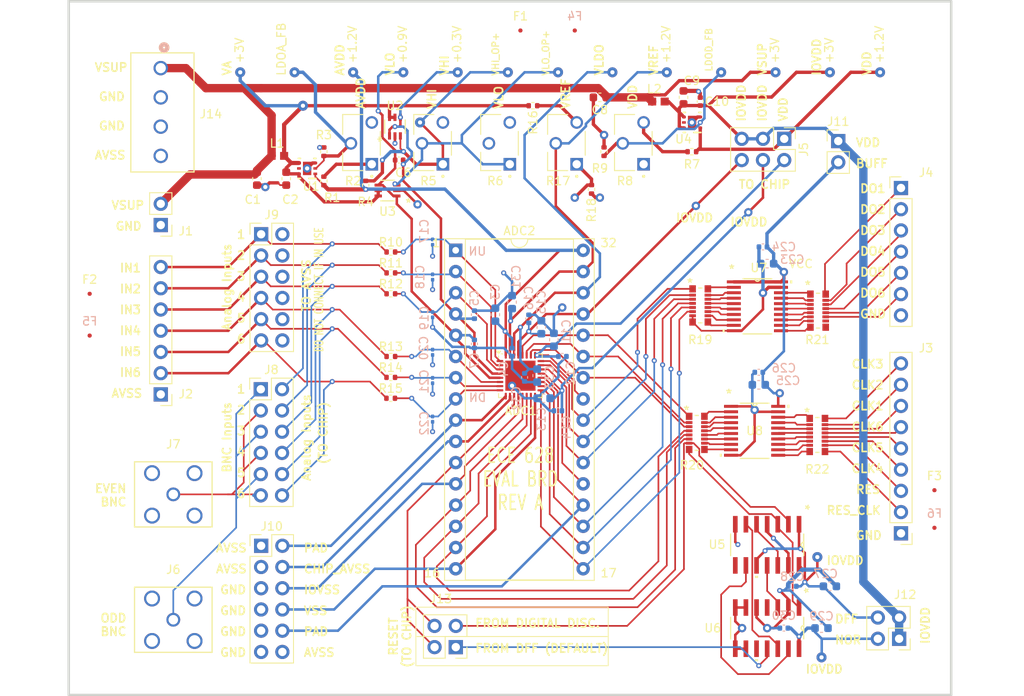
<source format=kicad_pcb>
(kicad_pcb (version 20240108) (generator "pcbnew") (generator_version "8.0")
  (layers (0 "F.Cu" signal "Interconnect1") (1 "In1.Cu" power "GND") (2 "In2.Cu" power "AVSS") (31 "B.Cu" signal "Interconnect2") (34 "B.Paste" user) (35 "F.Paste" user) (36 "B.SilkS" user "B.Silkscreen") (37 "F.SilkS" user "F.Silkscreen") (38 "B.Mask" user) (39 "F.Mask" user) (44 "Edge.Cuts" user))
  (net 0 "")
  (net 1 "/ADC/CK5")
  (net 2 "/ADC/VLDO")
  (net 3 "/ADC/VLO")
  (net 4 "/ADC/AVDD")
  (net 5 "Net-(ADC1-IN6)")
  (net 6 "Net-(ADC1-VSS)")
  (net 7 "/ADC/VHI")
  (net 8 "Net-(ADC1-IN2)")
  (net 9 "Net-(ADC1-IN4)")
  (net 10 "/ADC/OUT2")
  (net 11 "/ADC/OUT6")
  (net 12 "/ADC/OUT4")
  (net 13 "/ADC/CK1")
  (net 14 "/ADC/CK4")
  (net 15 "/ADC/VREF")
  (net 16 "Net-(ADC1-IN1)")
  (net 17 "Net-(ADC1-VDD)")
  (net 18 "Net-(ADC1-PAD)")
  (net 19 "/ADC/OUT3")
  (net 20 "/ADC/CK2")
  (net 21 "Net-(ADC1-IN3)")
  (net 22 "/ADC/OUT1")
  (net 23 "Net-(ADC1-IN5)")
  (net 24 "Net-(ADC1-IOVDD-Pad29)")
  (net 25 "Net-(ADC1-IOVSS-Pad20)")
  (net 26 "/ADC/OUT5")
  (net 27 "Net-(ADC1-IOVSS-Pad12)")
  (net 28 "/ADC/CK6")
  (net 29 "Net-(ADC1-AVSS)")
  (net 30 "/ADC/CK3")
  (net 31 "Net-(ADC1-IOVDD-Pad21)")
  (net 32 "/ADC/RES")
  (net 33 "/AnalogSupply/VSUP")
  (net 34 "GND")
  (net 35 "/AnalogSupply/VA")
  (net 36 "/ADC/AVSS")
  (net 37 "/ADC/IOVDD")
  (net 38 "/Buffer/VCC")
  (net 39 "Net-(U5-*1CLR)")
  (net 40 "Net-(U6-VDD)")
  (net 41 "Net-(J6-Signal)")
  (net 42 "Net-(J7-Signal)")
  (net 43 "/Buffer/RESX")
  (net 44 "Net-(U6-M)")
  (net 45 "Net-(R1-Pad2)")
  (net 47 "Net-(U1-FB)")
  (net 48 "Net-(U2-+IN)")
  (net 50 "Net-(U3-+IN)")
  (net 52 "Net-(R7-Pad2)")
  (net 53 "/ADC/VDD")
  (net 54 "Net-(U4-FB)")
  (net 56 "/ADC/IN1")
  (net 57 "/ADC/IN2")
  (net 58 "/ADC/IN3")
  (net 59 "/ADC/IN4")
  (net 60 "/ADC/IN5")
  (net 61 "/ADC/IN6")
  (net 62 "/Buffer/CLK_IN1")
  (net 63 "/Buffer/CLK_IN2")
  (net 64 "/Buffer/CLK_IN3")
  (net 65 "/Buffer/CLK_IN4")
  (net 66 "/Buffer/CLK_IN5")
  (net 67 "/Buffer/CLK_IN6")
  (net 68 "/Buffer/RES_IND")
  (net 69 "/Buffer/CLK_IND")
  (net 70 "Net-(R16-Pad2)")
  (net 71 "Net-(R17-Pad1)")
  (net 74 "Net-(U5-*1Q)")
  (net 75 "Net-(U5-1Q)")
  (net 76 "/Buffer/CLKX")
  (net 77 "Net-(U5-2CLK)")
  (net 78 "Net-(U5-2Q)")
  (net 82 "/Buffer/DO4")
  (net 83 "/Buffer/DO2")
  (net 84 "/Buffer/DO3")
  (net 85 "/Buffer/DO5")
  (net 86 "/Buffer/DO1")
  (net 87 "/Buffer/DO6")
  (net 88 "Net-(U8-A5)")
  (net 89 "Net-(U8-A2)")
  (net 90 "Net-(U8-A1)")
  (net 91 "Net-(U8-A8)")
  (net 92 "Net-(U8-A6)")
  (net 93 "Net-(U8-A4)")
  (net 94 "Net-(U8-A7)")
  (net 95 "Net-(U8-A3)")
  (net 96 "Net-(U7-A5)")
  (net 97 "Net-(U7-A1)")
  (net 98 "Net-(U7-A2)")
  (net 99 "Net-(U7-A6)")
  (net 100 "Net-(U7-A8)")
  (net 101 "Net-(U7-A3)")
  (net 102 "Net-(U7-A4)")
  (net 103 "Net-(U7-A7)")
  (net 104 "Net-(U8-B5)")
  (net 105 "Net-(U8-B4)")
  (net 106 "Net-(U8-B7)")
  (net 107 "Net-(U8-B1)")
  (net 108 "Net-(U8-B8)")
  (net 109 "Net-(U8-B2)")
  (net 111 "Net-(U8-B3)")
  (net 112 "Net-(U8-B6)")
  (net 114 "Net-(U7-B6)")
  (net 115 "Net-(U7-B7)")
  (net 116 "Net-(U7-B5)")
  (net 117 "Net-(U7-B2)")
  (net 118 "Net-(U7-B3)")
  (net 119 "Net-(U7-B4)")
  (net 120 "Net-(U7-B1)")
  (net 121 "Net-(U7-B8)")
  (footprint "Connector_PinHeader_2.54mm:PinHeader_1x02_P2.54mm_Vertical" (layer "F.Cu") (at 160 74.225)
    (property "Reference" "J11")
    (property "Value" "Buffer_PWR_Jumper")
  )
  (footprint "Resistor_SMD:R_0402_1005Metric" (layer "F.Cu") (at 106.51 87.5)
    (property "Reference" "R10")
    (property "Value" "1k")
  )
  (footprint "Fiducial:Fiducial_0.5mm_Mask1.5mm" (layer "F.Cu") (at 122 61)
    (property "Reference" "F1")
    (property "Value" "Fiducial_0.5mm_Mask1.5mm")
  )
  (footprint "Connector_PinHeader_2.54mm:PinHeader_2x06_P2.54mm_Vertical" (layer "F.Cu") (at 91 85.38)
    (property "Reference" "J9")
    (property "Value" "Analog_Input_Jumpers")
  )
  (footprint "SN74LVC245APWRFootprints:PW20" (layer "F.Cu") (at 150.3356 94)
    (property "Reference" "U7")
    (property "Value" "SN74LVC245APWR")
  )
  (footprint "Package_DFN_QFN:QFN-32-1EP_5x5mm_P0.5mm_EP3.6x3.6mm" (layer "F.Cu") (at 122 102.3)
    (property "Reference" "ADC1")
    (property "Value" "ADC_Chip")
  )
  (footprint "ECE628_lib:bnc_mini_gnd" (layer "F.Cu") (at 80.5 116.5 -90)
    (property "Reference" "J7")
    (property "Value" "BNC_Even")
  )
  (footprint "Fiducial:Fiducial_0.5mm_Mask1.5mm" (layer "F.Cu") (at 70.5 97.5)
    (property "Reference" "F5")
    (property "Value" "Fiducial_0.5mm_Mask1.5mm")
  )
  (footprint "SN74LVC245APWRFootprints:PW20" (layer "F.Cu") (at 150 108.8928)
    (property "Reference" "U8")
    (property "Value" "SN74LVC245APWR")
  )
  (footprint "ECE628_lib:bnc_mini_gnd" (layer "F.Cu") (at 80.5 131.5 -90)
    (property "Reference" "J6")
    (property "Value" "BNC_Odd")
  )
  (footprint "Resistor_SMD:R_0402_1005Metric" (layer "F.Cu") (at 98.5 79 90)
    (property "Reference" "R1")
    (property "Value" "1k")
  )
  (footprint "ECE628_lib:flip_flop_D14" (layer "F.Cu") (at 151.5 122.5362 -90)
    (property "Reference" "U5")
    (property "Value" "SN74HC74DR")
  )
  (footprint "ECE628_lib:nor_gate_D14" (layer "F.Cu") (at 151.5 132.5 -90)
    (property "Reference" "U6")
    (property "Value" "CD4001BM96")
  )
  (footprint "Capacitor_SMD:C_0402_1005Metric" (layer "F.Cu") (at 107.5 76.5)
    (property "Reference" "C6")
    (property "Value" "100n")
  )
  (footprint "Fiducial:Fiducial_0.5mm_Mask1.5mm" (layer "F.Cu") (at 128.5 61)
    (property "Reference" "F4")
    (property "Value" "Fiducial_0.5mm_Mask1.5mm")
  )
  (footprint "Connector_PinHeader_2.54mm:PinHeader_2x02_P2.54mm_Vertical" (layer "F.Cu") (at 114.275 134.775 180)
    (property "Reference" "J13")
    (property "Value" "Reset_Signal_Jumpers")
  )
  (footprint "Resistor_SMD:R_0402_1005Metric" (layer "F.Cu") (at 106.51 100)
    (property "Reference" "R13")
    (property "Value" "1k")
  )
  (footprint "Resistor_SMD:R_0402_1005Metric" (layer "F.Cu") (at 98.5 75.5 -90)
    (property "Reference" "R3")
    (property "Value" "r=4.7k")
  )
  (footprint "Resistor_SMD:R_0402_1005Metric" (layer "F.Cu") (at 132 75.49 90)
    (property "Reference" "R9")
    (property "Value" "4.7k")
  )
  (footprint "ferriteBead120OhmFootprints:IND_BLM18_0603_MUR" (layer "F.Cu") (at 138.5 69.5 180)
    (property "Reference" "L2")
    (property "Value" "BLM18PG121SN1D")
  )
  (footprint "tps745Footprints:DRV0006A_NV" (layer "F.Cu") (at 96.5 77.5 180)
    (property "Reference" "U1")
    (property "Value" "TPS74501PDRVR")
  )
  (footprint "Package_DIP:DIP-32_W15.24mm_Socket" (layer "F.Cu") (at 114.26 87.3)
    (property "Reference" "ADC2")
    (property "Value" "ADC_Socket")
  )
  (footprint "Connector_PinHeader_2.54mm:PinHeader_2x06_P2.54mm_Vertical" (layer "F.Cu") (at 91 122.65)
    (property "Reference" "J10")
    (property "Value" "Chip_AVSS_GND_Jumpers")
  )
  (footprint "opampADA4807Footprints:KS-6_ADI" (layer "F.Cu") (at 106.11125 80.149999 180)
    (property "Reference" "U3")
    (property "Value" "ADA4807-1AKSZ-R7")
  )
  (footprint "Capacitor_SMD:C_0603_1608Metric" (layer "F.Cu") (at 141.5 69 90)
    (property "Reference" "C9")
    (property "Value" "4.7u")
  )
  (footprint "Capacitor_SMD:C_0603_1608Metric" (layer "F.Cu") (at 94 78.725 -90)
    (property "Reference" "C2")
    (property "Value" "4.7u")
  )
  (footprint "Resistor_SMD:R_0402_1005Metric" (layer "F.Cu") (at 130.5 80 -90)
    (property "Reference" "R18")
    (property "Value" "4.7k")
  )
  (footprint "Fiducial:Fiducial_0.5mm_Mask1.5mm" (layer "F.Cu") (at 70.5 92.5)
    (property "Reference" "F2")
    (property "Value" "Fiducial_0.5mm_Mask1.5mm")
  )
  (footprint "Resistor_SMD:R_0402_1005Metric" (layer "F.Cu") (at 106.5 102.5)
    (property "Reference" "R14")
    (property "Value" "1k")
  )
  (footprint "opampADA4807Footprints:KS-6_ADI" (layer "F.Cu") (at 107 72.5 90)
    (property "Reference" "U2")
    (property "Value" "ADA4807-1AKSZ-R7")
  )
  (footprint "Connector_PinHeader_2.54mm:PinHeader_1x07_P2.54mm_Vertical" (layer "F.Cu") (at 167.5 79.84)
    (property "Reference" "J4")
    (property "Value" "Digital_Output_Pins")
  )
  (footprint "Capacitor_SMD:C_0402_1005Metric" (layer "F.Cu") (at 143.5 69.5 90)
    (property "Reference" "C10")
    (property "Value" "100n")
  )
  (footprint "Connector_PinHeader_2.54mm:PinHeader_2x03_P2.54mm_Vertical" (layer "F.Cu") (at 153.54 73.96 -90)
    (property "Reference" "J5")
    (property "Value" "Chip_VDD_Jumpers")
  )
  (footprint "Resistor_SMD:R_0402_1005Metric" (layer "F.Cu") (at 142.5 75.5 180)
    (property "Reference" "R7")
    (property "Value" "1k")
  )
  (footprint "Resistor_SMD:R_0402_1005Metric" (layer "F.Cu") (at 103.5 79.5 90)
    (property "Reference" "R4")
    (property "Value" "1k")
  )
  (footprint "Resistor_SMD:R_0402_1005Metric" (layer "F.Cu") (at 106.51 90)
    (property "Reference" "R11")
    (property "Value" "1k")
  )
  (footprint "ECE628_lib:potentiometer_10turn" (layer "F.Cu") (at 111.5 74.5 90)
    (property "Reference" "R5")
    (property "Value" "10k")
  )
  (footprint "ECE628_lib:potentiometer_10turn" (layer "F.Cu") (at 103 74.5 90)
    (property "Reference" "R2")
    (property "Value" "10k")
  )
  (footprint "Resistor_SMD:R_0402_1005Metric" (layer "F.Cu") (at 123.5 70)
    (property "Reference" "R16")
    (property "Value" "4.7k")
  )
  (footprint "ECE628_lib:potentiometer_10turn" (layer "F.Cu") (at 119.5 74.5 90)
    (property "Reference" "R6")
    (property "Value" "10k")
  )
  (footprint "tps745Footprints:DRV0006A_NV" (layer "F.Cu") (at 142.525001 72 180)
    (property "Reference" "U4")
    (property "Value" "TPS74501PDRVR")
  )
  (footprint "Resistor_SMD:R_0402_1005Metric" (layer "F.Cu") (at 106.49 105)
    (property "Reference" "R15")
    (property "Value" "1k")
  )
  (footprint "Fiducial:Fiducial_0.5mm_Mask1.5mm" (layer "F.Cu") (at 171.5 116)
    (property "Reference" "F3")
    (property "Value" "Fiducial_0.5mm_Mask1.5mm")
  )
  (footprint "Connector_PinHeader_2.54mm:PinHeader_1x02_P2.54mm_Vertical" (layer "F.Cu") (at 79 84.275 180)
    (property "Reference" "J1")
    (property "Value" "PWR_Supply_Pins")
  )
  (footprint "22res_arrayFootprints:RES_EXB2HV" (layer "F.Cu") (at 157.5 109.3928)
    (property "Reference" "R22")
    (property "Value" "EXB-2HV220JV")
  )
  (footprint "Capacitor_SMD:C_0603_1608Metric" (layer "F.Cu") (at 90.5 78.725 -90)
    (property "Reference" "C1")
    (property "Value" "4.7u")
  )
  (footprint "Connector_PinHeader_2.54mm:PinHeader_1x07_P2.54mm_Vertical" (layer "F.Cu") (at 79 104.54 180)
    (property "Reference" "J2")
    (property "Value" "Analog_Input_Pins")
  )
  (footprint "Connector_PinHeader_2.54mm:PinHeader_2x02_P2.54mm_Vertical" (layer "F.Cu") (at 167.275 133.775 180)
    (property "Reference" "J12")
    (property "Value" "Reset_PWR_Jumpers")
  )
  (footprint "22res_arrayFootprints:RES_EXB2HV" (layer "F.Cu") (at 157.5856 94.5188)
    (property "Reference" "R21")
    (property "Value" "EXB-2HV220JV")
  )
  (footprint "ferriteBead120OhmFootprints:IND_BLM18_0603_MUR" (layer "F.Cu") (at 93 76 180)
    (property "Reference" "L1")
    (property "Value" "BLM18PG121SN1D")
  )
  (footprint "TermBlck_4posFootprints:CONN4_1546551-4_TEC" (layer "F.Cu") (at 79 65.499999 -90)
    (property "Reference" "J14")
    (property "Value" "1546551-4")
  )
  (footprint "ECE628_lib:potentiometer_10turn" (layer "F.Cu") (at 127.5 74.5 90)
    (property "Reference" "R17")
    (property "Value" "10k")
  )
  (footprint "Capacitor_SMD:C_0603_1608Metric" (layer "F.Cu") (at 131.5 69 180)
    (property "Reference" "C8")
    (property "Value" "4.7u")
  )
  (footprint "Connector_PinHeader_2.54mm:PinHeader_2x06_P2.54mm_Vertical" (layer "F.Cu") (at 90.96 103.92)
    (property "Reference" "J8")
    (property "Value" "BNC_Jumpers")
  )
  (footprint "22res_arrayFootprints:RES_EXB2HV" (layer "F.Cu") (at 143.5 93.8928)
    (property "Reference" "R19")
    (property "Value" "EXB-2HV220JV")
  )
  (footprint "Fiducial:Fiducial_0.5mm_Mask1.5mm" (layer "F.Cu") (at 171.5 120.5)
    (property "Reference" "F6")
    (property "Value" "Fiducial_0.5mm_Mask1.5mm")
  )
  (footprint "ECE628_lib:potentiometer_10turn" (layer "F.Cu") (at 135.5 74.5 90)
    (property "Reference" "R8")
    (property "Value" "10k")
  )
  (footprint "22res_arrayFootprints:RES_EXB2HV" (layer "F.Cu") (at 143.0856 109.139434)
    (property "Reference" "R20")
    (property "Value" "EXB-2HV220JV")
  )
  (footprint "Resistor_SMD:R_0402_1005Metric" (layer "F.Cu") (at 106.51 92.5)
    (property "Reference" "R12")
    (property "Value" "1k")
  )
  (footprint "Connector_PinHeader_2.54mm:PinHeader_1x09_P2.54mm_Vertical" (layer "F.Cu") (at 167.5 121.16 180)
    (property "Reference" "J3")
    (property "Value" "Digital_Input_Pins")
  )
  (footprint "Capacitor_SMD:C_0201_0603Metric" (layer "B.Cu") (at 111.5 90.5 -90)
    (property "Reference" "C18")
    (property "Value" "100pF")
  )
  (footprint "Capacitor_SMD:C_0603_1608Metric" (layer "B.Cu") (at 159 127.5)
    (property "Reference" "C27")
    (property "Value" "4.7u")
  )
  (footprint "Capacitor_SMD:C_0201_0603Metric" (layer "B.Cu") (at 111.5 107.5 -90)
    (property "Reference" "C22")
    (property "Value" "100pF")
  )
  (footprint "Capacitor_SMD:C_0201_0603Metric" (layer "B.Cu") (at 111.5 95 -90)
    (property "Reference" "C19")
    (property "Value" "100pF")
  )
  (footprint "Capacitor_SMD:C_0402_1005Metric" (layer "B.Cu") (at 116.5 98.5 90)
    (property "Reference" "C7")
    (property "Value" "100n")
  )
  (footprint "Capacitor_SMD:C_0402_1005Metric" (layer "B.Cu") (at 126.48 106.5 180)
    (property "Reference" "C14")
    (property "Value" "100n")
  )
  (footprint "Capacitor_SMD:C_0603_1608Metric" (layer "B.Cu") (at 119 95 90)
    (property "Reference" "C3")
    (property "Value" "4.7u")
  )
  (footprint "Capacitor_SMD:C_0201_0603Metric" (layer "B.Cu") (at 111.5 99.5 -90)
    (property "Reference" "C20")
    (property "Value" "100pF")
  )
  (footprint "Capacitor_SMD:C_0402_1005Metric" (layer "B.Cu") (at 123 95.5 90)
    (property "Reference" "C16")
    (property "Value" "100n")
  )
  (footprint "Capacitor_SMD:C_0201_0603Metric" (layer "B.Cu") (at 111.5 86.32 -90)
    (property "Reference" "C17")
    (property "Value" "100pF")
  )
  (footprint "Capacitor_SMD:C_0402_1005Metric" (layer "B.Cu") (at 154.5 127.5 180)
    (property "Reference" "C28")
    (property "Value" "100n")
  )
  (footprint "Capacitor_SMD:C_0402_1005Metric" (layer "B.Cu") (at 121 99.48 90)
    (property "Reference" "C4")
    (property "Value" "100n")
  )
  (footprint "Capacitor_SMD:C_0603_1608Metric" (layer "B.Cu") (at 124 102.29 -90)
    (property "Reference" "C33")
    (property "Value" "4.7u")
  )
  (footprint "Capacitor_SMD:C_0402_1005Metric" (layer "B.Cu") (at 150.5 101.8928 180)
    (property "Reference" "C26")
    (property "Value" "100n")
  )
  (footprint "Capacitor_SMD:C_0603_1608Metric" (layer "B.Cu") (at 151.5 88.8928 180)
    (property "Reference" "C23")
    (property "Value" "4.7u")
  )
  (footprint "Capacitor_SMD:C_0603_1608Metric" (layer "B.Cu") (at 124.775 105 180)
    (property "Reference" "C13")
    (property "Value" "4.7u")
  )
  (footprint "Capacitor_SMD:C_0603_1608Metric" (layer "B.Cu") (at 158 132.5 180)
    (property "Reference" "C29")
    (property "Value" "4.7u")
  )
  (footprint "Capacitor_SMD:C_0402_1005Metric" (layer "B.Cu") (at 127.02 100)
    (property "Reference" "C12")
    (property "Value" "100n")
  )
  (footprint "Capacitor_SMD:C_0603_1608Metric" (layer "B.Cu") (at 121 93.5 90)
    (property "Reference" "C31")
    (property "Value" "4.7u")
  )
  (footprint "Capacitor_SMD:C_0402_1005Metric" (layer "B.Cu") (at 122.5 102.5 -90)
    (property "Reference" "C32")
    (property "Value" "100n")
  )
  (footprint "Capacitor_SMD:C_0603_1608Metric" (layer "B.Cu") (at 150.5 103.3928 180)
    (property "Reference" "C25")
    (property "Value" "4.7u")
  )
  (footprint "Capacitor_SMD:C_0402_1005Metric" (layer "B.Cu") (at 151 86.8928 180)
    (property "Reference" "C24")
    (property "Value" "100n")
  )
  (footprint "Capacitor_SMD:C_0402_1005Metric" (layer "B.Cu") (at 116.5 95 -90)
    (property "Reference" "C5")
    (property "Value" "100n")
  )
  (footprint "Capacitor_SMD:C_0603_1608Metric" (layer "B.Cu") (at 124.5 96.5 90)
    (property "Reference" "C15")
    (property "Value" "4.7u")
  )
  (footprint "Capacitor_SMD:C_0201_0603Metric" (layer "B.Cu") (at 111.5 102.88 -90)
    (property "Reference" "C21")
    (property "Value" "100pF")
  )
  (footprint "Capacitor_SMD:C_0402_1005Metric" (layer "B.Cu") (at 153.5 132.5)
    (property "Reference" "C30")
    (property "Value" "100n")
  )
  (footprint "Capacitor_SMD:C_0603_1608Metric" (layer "B.Cu") (at 126 98 90)
    (property "Reference" "C11")
    (property "Value" "4.7u")
  )
  (gr_rect (start 109.5 130) (end 132.5 133.505) (stroke (width 0.1)) (fill none) (layer "F.SilkS"))
  (gr_rect (start 109.5 133.505) (end 132.5 137) (stroke (width 0.1)) (fill none) (layer "F.SilkS"))
  (gr_rect (start 68 57.5) (end 173.5 140.5) (stroke (width 0.3)) (fill none) (layer "Edge.Cuts"))
  (gr_text "UN" (at 118 88 0) (layer "B.SilkS") (effects (font (size 1 1)) (justify left bottom mirror)))
  (gr_text "DN" (at 118 105.5 0) (layer "B.SilkS") (effects (font (size 1 1)) (justify left bottom mirror)))
  (gr_text "FROM DFF (DEFAULT)" (at 116.5 135.5 0) (layer "F.SilkS") (effects (font (size 1 1) (thickness 0.2) (bold yes)) (justify left bottom)))
  (gr_text "CLK4" (at 161.5 114 0) (layer "F.SilkS") (effects (font (size 1 1) (thickness 0.2) (bold yes)) (justify left bottom)))
  (gr_text "VLO_OP+" (at 125.5 66.5 90) (layer "F.SilkS") (effects (font (size 0.8 0.8) (thickness 0.15) (bold yes)) (justify left bottom)))
  (gr_text "PAD" (at 96 133.5 0) (layer "F.SilkS") (effects (font (size 1 1) (thickness 0.2) (bold yes)) (justify left bottom)))
  (gr_text "VSUP" (at 151.5 66.5 90) (layer "F.SilkS") (effects (font (size 1 1) (thickness 0.2) (bold yes)) (justify left bottom)))
  (gr_text "TO CHIP" (at 148 80 0) (layer "F.SilkS") (effects (font (size 1 1) (thickness 0.2) (bold yes)) (justify left bottom)))
  (gr_text "AVSS" (at 73 105 0) (layer "F.SilkS") (effects (font (size 1 1) (thickness 0.2) (bold yes)) (justify left bottom)))
  (gr_text "Analog Inputs" (at 87.5 97 90) (layer "F.SilkS") (effects (font (size 1 1) (thickness 0.2) (bold yes)) (justify left bottom)))
  (gr_text "32" (at 131.5 87 0) (layer "F.SilkS") (effects (font (size 1 1) (thickness 0.15) (bold yes)) (justify left bottom)))
  (gr_text "IOVDD" (at 147 84.5 0) (layer "F.SilkS") (effects (font (size 1 1) (thickness 0.2) (bold yes)) (justify left bottom)))
  (gr_text "16" (at 112.5 126.5 0) (layer "F.SilkS") (effects (font (size 1 1) (thickness 0.15) (bold yes)) (justify right bottom)))
  (gr_text "AVDD" (at 103.5 70.5 90) (layer "F.SilkS") (effects (font (size 1 1) (thickness 0.2) (bold yes)) (justify left bottom)))
  (gr_text "RESET\n(TO CHIP)" (at 109 133.5 90) (layer "F.SilkS") (effects (font (size 1 1) (thickness 0.2) (bold yes)) (justify bottom)))
  (gr_text "CLK6" (at 161.5 109 0) (layer "F.SilkS") (effects (font (size 1 1) (thickness 0.2) (bold yes)) (justify left bottom)))
  (gr_text "4" (at 88 93.5 0) (layer "F.SilkS") (effects (font (size 1 1) (thickness 0.2) (bold yes)) (justify left bottom)))
  (gr_text "3" (at 88 109.5 0) (layer "F.SilkS") (effects (font (size 1 1) (thickness 0.2) (bold yes)) (justify left bottom)))
  (gr_text "GND" (at 162 122 0) (layer "F.SilkS") (effects (font (size 1 1) (thickness 0.2) (bold yes)) (justify left bottom)))
  (gr_text "LDOA_FB\n" (at 94 66.5 90) (layer "F.SilkS") (effects (font (size 1 1) (thickness 0.15) (bold yes)) (justify left bottom)))
  (gr_text "VA" (at 87.5 66.5 90) (layer "F.SilkS") (effects (font (size 1 1) (thickness 0.2) (bold yes)) (justify left bottom)))
  (gr_text "(TO CHIP)" (at 99 113 90) (layer "F.SilkS") (effects (font (size 1 1) (thickness 0.2) (bold yes)) (justify left bottom)))
  (gr_text "RES_CLK" (at 158.5 119 0) (layer "F.SilkS") (effects (font (size 1 1) (thickness 0.2) (bold yes)) (justify left bottom)))
  (gr_text "DO3" (at 162.5 85.5 0) (layer "F.SilkS") (effects (font (size 1 1) (thickness 0.2) (bold yes)) (justify left bottom)))
  (gr_text "VSS" (at 96 131 0) (layer "F.SilkS") (effects (font (size 1 1) (thickness 0.2) (bold yes)) (justify left bottom)))
  (gr_text "VDD" (at 154 72 90) (layer "F.SilkS") (effects (font (size 1 1) (thickness 0.2) (bold yes)) (justify left bottom)))
  (gr_text "IOVDD" (at 151.5 72 90) (layer "F.SilkS") (effects (font (size 1 1) (thickness 0.2) (bold yes)) (justify left bottom)))
  (gr_text "+3V" (at 89 65 90) (layer "F.SilkS") (effects (font (size 1 1)) (justify left bottom)))
  (gr_text "IOVDD" (at 158 66.5 90) (layer "F.SilkS") (effects (font (size 1 1) (thickness 0.2) (bold yes)) (justify left bottom)))
  (gr_text "IN6" (at 74 102.5 0) (layer "F.SilkS") (effects (font (size 1 1) (thickness 0.2) (bold yes)) (justify left bottom)))
  (gr_text "VDD" (at 164 66.5 90) (layer "F.SilkS") (effects (font (size 1 1) (thickness 0.2) (bold yes)) (justify left bottom)))
  (gr_text "VHI" (at 112 70.5 90) (layer "F.SilkS") (effects (font (size 1 1) (thickness 0.2) (bold yes)) (justify left bottom)))
  (gr_text "IN4" (at 74 97.5 0) (layer "F.SilkS") (effects (font (size 1 1) (thickness 0.2) (bold yes)) (justify left bottom)))
  (gr_text "GND\n" (at 71.5 69.5 0) (layer "F.SilkS") (effects (font (size 1 1) (thickness 0.2) (bold yes)) (justify left bottom)))
  (gr_text "IN5" (at 74 100 0) (layer "F.SilkS") (effects (font (size 1 1) (thickness 0.2) (bold yes)) (justify left bottom)))
  (gr_text "GND\n" (at 86 131 0) (layer "F.SilkS") (effects (font (size 1 1) (thickness 0.2) (bold yes)) (justify left bottom)))
  (gr_text "IOVSS" (at 96 128.5 0) (layer "F.SilkS") (effects (font (size 1 1) (thickness 0.2) (bold yes)) (justify left bottom)))
  (gr_text "AVSS" (at 96 136 0) (layer "F.SilkS") (effects (font (size 1 1) (thickness 0.2) (bold yes)) (justify left bottom)))
  (gr_text "AVSS" (at 85.5 123.5 0) (layer "F.SilkS") (effects (font (size 1 1) (thickness 0.2) (bold yes)) (justify left bottom)))
  (gr_text "DO4" (at 162.5 88 0) (layer "F.SilkS") (effects (font (size 1 1) (thickness 0.2) (bold yes)) (justify left bottom)))
  (gr_text "GND\n" (at 86 133.5 0) (layer "F.SilkS") (effects (font (size 1 1) (thickness 0.2) (bold yes)) (justify left bottom)))
  (gr_text "CLK5" (at 161.5 111.5 0) (layer "F.SilkS") (effects (font (size 1 1) (thickness 0.2) (bold yes)) (justify left bottom)))
  (gr_text "VREF" (at 128 70.5 90) (layer "F.SilkS") (effects (font (size 1 1) (thickness 0.2) (bold yes)) (justify left bottom)))
  (gr_text "4" (at 88 112 0) (layer "F.SilkS") (effects (font (size 1 1) (thickness 0.2) (bold yes)) (justify left bottom)))
  (gr_text "ECE 628\nEVAL BRD\nREV A" (at 122 118.5 0) (layer "F.SilkS") (effects (font (size 1.75 1.25) (thickness 0.2) (bold yes)) (justify bottom)))
  (gr_text "VLDO" (at 132 66.5 90) (layer "F.SilkS") (effects (font (size 1 1) (thickness 0.2) (bold yes)) (justify left bottom)))
  (gr_text "VSUP" (at 73 82.5 0) (layer "F.SilkS") (effects (font (size 1 1) (thickness 0.2) (bold yes)) (justify left bottom)))
  (gr_text "BNC Inputs" (at 87.5 114 90) (layer "F.SilkS") (effects (font (size 1 1) (thickness 0.2) (bold yes)) (justify left bottom)))
  (gr_text "NOR" (at 159.5 134.5 0) (layer "F.SilkS") (effects (font (size 1 1) (thickness 0.2) (bold yes)) (justify left bottom)))
  (gr_text "BUFF" (at 162 77.5 0) (layer "F.SilkS") (effects (font (size 1 1) (thickness 0.2) (bold yes)) (justify left bottom)))
  (gr_text "VDD" (at 136 70.5 90) (layer "F.SilkS") (effects (font (size 1 1) (thickness 0.2) (bold yes)) (justify left bottom)))
  (gr_text "FROM DIGITAL DISC." (at 116.5 132.5 0) (layer "F.SilkS") (effects (font (size 1 1) (thickness 0.2) (bold yes)) (justify left bottom)))
  (gr_text "IOVDD" (at 156 138 0) (layer "F.SilkS") (effects (font (size 1 1) (thickness 0.2) (bold yes)) (justify left bottom)))
  (gr_text "6" (at 88 117 0) (layer "F.SilkS") (effects (font (size 1 1) (thickness 0.2) (bold yes)) (justify left bottom)))
  (gr_text "Analog Inputs" (at 97 115 90) (layer "F.SilkS") (effects (font (size 1 1) (thickness 0.2) (bold yes)) (justify left bottom)))
  (gr_text "+3V" (at 159.5 65 90) (layer "F.SilkS") (effects (font (size 1 1) (thickness 0.15) (bold yes)) (justify left bottom)))
  (gr_text "IOVDD" (at 149 72 90) (layer "F.SilkS") (effects (font (size 1 1) (thickness 0.2) (bold yes)) (justify left bottom)))
  (gr_text "+1.2V" (at 102.5 65 90) (layer "F.SilkS") (effects (font (size 1 1)) (justify left bottom)))
  (gr_text "DO6" (at 162.5 93 0) (layer "F.SilkS") (effects (font (size 1 1) (thickness 0.2) (bold yes)) (justify left bottom)))
  (gr_text "AVSS" (at 85.5 126 0) (layer "F.SilkS") (effects (font (size 1 1) (thickness 0.2) (bold yes)) (justify left bottom)))
  (gr_text "IOVDD" (at 158.5 125 0) (layer "F.SilkS") (effects (font (size 1 1) (thickness 0.2) (bold yes)) (justify left bottom)))
  (gr_text "IN3" (at 74 95 0) (layer "F.SilkS") (effects (font (size 1 1) (thickness 0.2) (bold yes)) (justify left bottom)))
  (gr_text "3" (at 88 91 0) (layer "F.SilkS") (effects (font (size 1 1) (thickness 0.2) (bold yes)) (justify left bottom)))
  (gr_text "2" (at 88 88.5 0) (layer "F.SilkS") (effects (font (size 1 1) (thickness 0.2) (bold yes)) (justify left bottom)))
  (gr_text "GND\n" (at 71.5 73 0) (layer "F.SilkS") (effects (font (size 1 1) (thickness 0.2) (bold yes)) (justify left bottom)))
  (gr_text "1" (at 88 86 0) (layer "F.SilkS") (effects (font (size 1 1) (thickness 0.2) (bold yes)) (justify left bottom)))
  (gr_text "VHI_OP+" (at 119.5 66.5 90) (layer "F.SilkS") (effects (font (size 0.8 0.8) (thickness 0.15) (bold yes)) (justify left bottom)))
  (gr_text "6" (at 88 98.5 0) (layer "F.SilkS") (effects (font (size 1 1) (thickness 0.2) (bold yes)) (justify left bottom)))
  (gr_text "VREF\n" (at 138.5 66.5 90) (layer "F.SilkS") (effects (font (size 1 1) (thickness 0.2) (bold yes)) (justify left bottom)))
  (gr_text "PAD" (at 96 123.5 0) (layer "F.SilkS") (effects (font (size 1 1) (thickness 0.2) (bold yes)) (justify left bottom)))
  (gr_text "AVSS\n" (at 71 76.5 0) (layer "F.SilkS") (effects (font (size 1 1) (thickness 0.2) (bold yes)) (justify left bottom)))
  (gr_text "DO5" (at 162.5 90.5 0) (layer "F.SilkS") (effects (font (size 1 1) (thickness 0.2) (bold yes)) (justify left bottom)))
  (gr_text "CLK3" (at 161.5 101.5 0) (layer "F.SilkS") (effects (font (size 1 1) (thickness 0.2) (bold yes)) (justify left bottom)))
  (gr_text "VHI" (at 113.5 66.5 90) (layer "F.SilkS") (effects (font (size 1 1) (thickness 0.2) (bold yes)) (justify left bottom)))
  (gr_text "TO AVSS" (at 97 91.5 90) (layer "F.SilkS") (effects (font (size 1 1) (thickness 0.2) (bold yes)) (justify bottom)))
  (gr_text "17" (at 131.5 126.5 0) (layer "F.SilkS") (effects (font (size 1 1) (thickness 0.15) (bold yes)) (justify left bottom)))
  (gr_text "VCC" (at 154 89.5 0) (layer "F.SilkS") (effects (font (size 1 1)) (justify left bottom)))
  (gr_text "+0.3V" (at 115 65 90) (layer "F.SilkS") (effects (font (size 1 1) (thickness 0.15) (bold yes)) (justify left bottom)))
  (gr_text "VDD" (at 162 75 0) (layer "F.SilkS") (effects (font (size 1 1) (thickness 0.2) (bold yes)) (justify left bottom)))
  (gr_text "IOVDD" (at 140.5 84 0) (layer "F.SilkS") (effects (font (size 1 1) (thickness 0.2) (bold yes)) (justify left bottom)))
  (gr_text "GND\n" (at 86 136 0) (layer "F.SilkS") (effects (font (size 1 1) (thickness 0.2) (bold yes)) (justify left bottom)))
  (gr_text "VLO" (at 120 70.5 90) (layer "F.SilkS") (effects (font (size 1 1) (thickness 0.2) (bold yes)) (justify left bottom)))
  (gr_text "CLK2" (at 161.5 104 0) (layer "F.SilkS") (effects (font (size 1 1) (thickness 0.2) (bold yes)) (justify left bottom)))
  (gr_text "VLO" (at 107 66.5 90) (layer "F.SilkS") (effects (font (size 1 1) (thickness 0.2) (bold yes)) (justify left bottom)))
  (gr_text "CLK1" (at 161.5 106.5 0) (layer "F.SilkS") (effects (font (size 1 1) (thickness 0.2) (bold yes)) (justify left bottom)))
  (gr_text "DO2" (at 162.5 83 0) (layer "F.SilkS") (effects (font (size 1 1) (thickness 0.2) (bold yes)) (justify left bottom)))
  (gr_text "ODD\nBNC" (at 75 133.5 0) (layer "F.SilkS") (effects (font (size 1 1) (thickness 0.2) (bold yes)) (justify right bottom)))
  (gr_text "AVDD" (at 101 66.5 90) (layer "F.SilkS") (effects (font (size 1 1) (thickness 0.2) (bold yes)) (justify left bottom)))
  (gr_text "RES" (at 162 116.5 0) (layer "F.SilkS") (effects (font (size 1 1) (thickness 0.2) (bold yes)) (justify left bottom)))
  (gr_text "+1.2V" (at 140 65 90) (layer "F.SilkS") (effects (font (size 1 1) (thickness 0.15) (bold yes)) (justify left bottom)))
  (gr_text "CHIP_AVSS\n" (at 96 126 0) (layer "F.SilkS") (effects (font (size 1 1) (thickness 0.2) (bold yes)) (justify left bottom)))
  (gr_text "GND\n" (at 86 128.5 0) (layer "F.SilkS") (effects (font (size 1 1) (thickness 0.2) (bold yes)) (justify left bottom)))
  (gr_text "IN1" (at 74 90 0) (layer "F.SilkS") (effects (font (size 1 1) (thickness 0.2) (bold yes)) (justify left bottom)))
  (gr_text "LDOD_FB\n" (at 145 66 90) (layer "F.SilkS") (effects (font (size 0.8 0.8) (thickness 0.15) (bold yes)) (justify left bottom)))
  (gr_text "GND" (at 162.5 95.5 0) (layer "F.SilkS") (effects (font (size 1 1) (thickness 0.2) (bold yes)) (justify left bottom)))
  (gr_text "+1.2V" (at 165.5 65 90) (layer "F.SilkS") (effects (font (size 1 1) (thickness 0.15) (bold yes)) (justify left bottom)))
  (gr_text "+3V" (at 153 65 90) (layer "F.SilkS") (effects (font (size 1 1) (thickness 0.15) (bold yes)) (justify left bottom)))
  (gr_text "DO1" (at 162.5 80.5 0) (layer "F.SilkS") (effects (font (size 1 1) (thickness 0.2) (bold yes)) (justify left bottom)))
  (gr_text "5" (at 88 114.5 0) (layer "F.SilkS") (effects (font (size 1 1) (thickness 0.2) (bold yes)) (justify left bottom)))
  (gr_text "VSUP" (at 71 66 0) (layer "F.SilkS") (effects (font (size 1 1) (thickness 0.2) (bold yes)) (justify left bottom)))
  (gr_text "DFF" (at 159.5 132 0) (layer "F.SilkS") (effects (font (size 1 1) (thickness 0.2) (bold yes)) (justify left bottom)))
  (gr_text "+0.9V" (at 108.5 65 90) (layer "F.SilkS") (effects (font (size 1 1) (thickness 0.15) (bold yes)) (justify left bottom)))
  (gr_text "EVEN\nBNC" (at 75 118 0) (layer "F.SilkS") (effects (font (size 1 1) (thickness 0.2) (bold yes)) (justify right bottom)))
  (gr_text "1" (at 88 104.5 0) (layer "F.SilkS") (effects (font (size 1 1) (thickness 0.2) (bold yes)) (justify left bottom)))
  (gr_text "IN2" (at 74 92.5 0) (layer "F.SilkS") (effects (font (size 1 1) (thickness 0.2) (bold yes)) (justify left bottom)))
  (gr_text "1" (at 112.5 87 0) (layer "F.SilkS") (effects (font (size 1 1) (thickness 0.15) (bold yes)) (justify right bottom)))
  (gr_text "GND\n" (at 73.5 85 0) (layer "F.SilkS") (effects (font (size 1 1) (thickness 0.2) (bold yes)) (justify left bottom)))
  (gr_text "2" (at 88 107 0) (layer "F.SilkS") (effects (font (size 1 1) (thickness 0.2) (bold yes)) (justify left bottom)))
  (gr_text "IOVDD" (at 171 134.5 90) (layer "F.SilkS") (effects (font (size 1 1) (thickness 0.2) (bold yes)) (justify left bottom)))
  (gr_text "DO NOT CONNECT IF IN USE" (at 98.5 92 90) (layer "F.SilkS") (effects (font (size 1 0.7) (thickness 0.15) (bold yes)) (justify bottom)))
  (gr_text "5" (at 88 96 0) (layer "F.SilkS") (effects (font (size 1 1) (thickness 0.2) (bold yes)) (justify left bottom)))
  (segment (start 112.5 129) (end 110.5 127) (width 0.2) (layer "F.Cu") (net 1))
  (segment (start 117 114) (end 122.75 108.25) (width 0.2) (layer "F.Cu") (net 1))
  (segment (start 139.5 111.463822) (end 139.5 125) (width 0.2) (layer "F.Cu") (net 1))
  (segment (start 142.1712 109.386322) (end 141.5775 109.386322) (width 0.2) (layer "F.Cu") (net 1))
  (segment (start 139.5 125) (end 135.5 129) (width 0.2) (layer "F.Cu") (net 1))
  (segment (start 114.26 120.32) (end 117 117.58) (width 0.2) (layer "F.Cu") (net 1))
  (segment (start 110.5 124.08) (end 114.26 120.32) (width 0.2) (layer "F.Cu") (net 1))
  (segment (start 110.5 127) (end 110.5 124.08) (width 0.2) (layer "F.Cu") (net 1))
  (segment (start 114.26 120.32) (end 114.72 120.32) (width 0.2) (layer "F.Cu") (net 1))
  (segment (start 141.5775 109.386322) (end 139.5 111.463822) (width 0.2) (layer "F.Cu") (net 1))
  (segment (start 117 117.58) (end 117 114) (width 0.2) (layer "F.Cu") (net 1))
  (segment (start 122.75 108.25) (end 122.75 104.75) (width 0.2) (layer "F.Cu") (net 1))
  (segment (start 135.5 129) (end 112.5 129) (width 0.2) (layer "F.Cu") (net 1))
  (segment (start 126.12 92.38) (end 129.5 92.38) (width 0.3) (layer "F.Cu") (net 2))
  (segment (start 122 96.5) (end 126.12 92.38) (width 0.3) (layer "F.Cu") (net 2))
  (segment (start 122 96.5) (end 121.25 97.25) (width 0.3) (layer "F.Cu") (net 2))
  (segment (start 121.25 97.25) (end 121.25 99.85) (width 0.3) (layer "F.Cu") (net 2))
  (via (at 122 96.5) (size 0.6) (drill 0.3) (layers "F.Cu" "B.Cu") (net 2))
  (via (at 133 66) (size 1.2) (drill 0.5) (layers "F.Cu" "B.Cu") (net 2))
  (segment (start 129.62 92.38) (end 129.5 92.38) (width 0.3) (layer "B.Cu") (net 2))
  (segment (start 122 96.5) (end 122 100.51) (width 0.3) (layer "B.Cu") (net 2))
  (segment (start 124 101.515) (end 123.005 101.515) (width 0.3) (layer "B.Cu") (net 2))
  (segment (start 122.5 73.5) (end 122.5 78.673654) (width 0.3) (layer "B.Cu") (net 2))
  (segment (start 122.5 78.673654) (end 131.5 87.673654) (width 0.3) (layer "B.Cu") (net 2))
  (segment (start 130 66) (end 122.5 73.5) (width 0.3) (layer "B.Cu") (net 2))
  (segment (start 122 100.51) (end 123.005 101.515) (width 0.3) (layer "B.Cu") (net 2))
  (segment (start 131.5 87.673654) (end 131.5 90.5) (width 0.3) (layer "B.Cu") (net 2))
  (segment (start 123.005 101.515) (end 122.5 102.02) (width 0.3) (layer "B.Cu") (net 2))
  (segment (start 131.5 90.5) (end 129.62 92.38) (width 0.3) (layer "B.Cu") (net 2))
  (segment (start 133 66) (end 130 66) (width 0.3) (layer "B.Cu") (net 2))
  (segment (start 109 83.538749) (end 109 92.2) (width 0.3) (layer "F.Cu") (net 3))
  (segment (start 107.02 75.336002) (end 107.02 77.48) (width 0.3) (layer "F.Cu") (net 3))
  (segment (start 109 92.2) (end 114.26 97.46) (width 0.3) (layer "F.Cu") (net 3))
  (segment (start 106.819949 80.799998) (end 105.519951 79.5) (width 0.3) (layer "F.Cu") (net 3))
  (segment (start 114.26 97.85) (end 115.41 99) (width 0.3) (layer "F.Cu") (net 3))
  (segment (start 115.41 99) (end 115.41 99.66) (width 0.3) (layer "F.Cu") (net 3))
  (segment (start 115.41 99.66) (end 118.3 102.55) (width 0.3) (layer "F.Cu") (net 3))
  (segment (start 107.2225 81.761249) (end 107.2225 80.799998) (width 0.3) (layer "F.Cu") (net 3))
  (segment (start 114.26 97.46) (end 114.26 97.85) (width 0.3) (layer "F.Cu") (net 3))
  (segment (start 105.519951 79.5) (end 105 79.5) (width 0.3) (layer "F.Cu") (net 3))
  (segment (start 105.5 73.816002) (end 107.02 75.336002) (width 0.3) (layer "F.Cu") (net 3))
  (segment (start 107.2225 80.799998) (end 106.819949 80.799998) (width 0.3) (layer "F.Cu") (net 3))
  (segment (start 118.3 102.55) (end 119.55 102.55) (width 0.3) (layer "F.Cu") (net 3))
  (segment (start 109 83.538749) (end 107.2225 81.761249) (width 0.3) (layer "F.Cu") (net 3))
  (segment (start 107.02 77.48) (end 105 79.5) (width 0.3) (layer "F.Cu") (net 3))
  (segment (start 105.5 71.127) (end 105.5 73.816002) (width 0.3) (layer "F.Cu") (net 3))
  (segment (start 105 70.627) (end 105.5 71.127) (width 0.3) (layer "F.Cu") (net 3))
  (via (at 105 70.627) (size 0.6) (drill 0.3) (layers "F.Cu" "B.Cu") (net 3))
  (via (at 108 66) (size 1.2) (drill 0.5) (layers "F.Cu" "B.Cu") (net 3))
  (segment (start 105 70.627) (end 105 66.5) (width 0.3) (layer "B.Cu") (net 3))
  (segment (start 114.26 97.46) (end 115.94 97.46) (width 0.3) (layer "B.Cu") (net 3))
  (segment (start 105.5 66) (end 108 66) (width 0.3) (layer "B.Cu") (net 3))
  (segment (start 105 66.5) (end 105.5 66) (width 0.3) (layer "B.Cu") (net 3))
  (segment (start 115.94 97.46) (end 116.5 98.02) (width 0.3) (layer "B.Cu") (net 3))
  (segment (start 103.5 80.01) (end 103.49 80) (width 0.4) (layer "F.Cu") (net 4))
  (segment (start 97.474999 78.150001) (end 97.474999 78.484999) (width 0.2) (layer "F.Cu") (net 4))
  (segment (start 120.25 99.85) (end 120.25 93.75) (width 0.3) (layer "F.Cu") (net 4))
  (segment (start 126.7 87.3) (end 129.5 87.3) (width 0.3) (layer "F.Cu") (net 4))
  (segment (start 120.25 93.75) (end 126.7 87.3) (width 0.3) (layer "F.Cu") (net 4))
  (segment (start 99 80.01) (end 103.5 80.01) (width 0.5) (layer "F.Cu") (net 4))
  (segment (start 98.5 79.51) (end 99 80.01) (width 0.5) (layer "F.Cu") (net 4))
  (segment (start 97.474999 78.484999) (end 98.5 79.51) (width 0.2) (layer "F.Cu") (net 4))
  (via (at 120.173 97) (size 0.6) (drill 0.3) (layers "F.Cu" "B.Cu") (net 4))
  (via (at 102 66) (size 1.2) (drill 0.5) (layers "F.Cu" "B.Cu") (net 4))
  (via (at 103.5 80.01) (size 0.6) (drill 0.3) (layers "F.Cu" "B.Cu") (net 4))
  (segment (start 103.532999 79.977001) (end 112.977001 79.977001) (width 0.4) (layer "B.Cu") (net 4))
  (segment (start 112.977001 79.977001) (end 120.3 87.3) (width 0.4) (layer "B.Cu") (net 4))
  (segment (start 121 97.827) (end 120.173 97) (width 0.3) (layer "B.Cu") (net 4))
  (segment (start 120.173 96.948) (end 119 95.775) (width 0.3) (layer "B.Cu") (net 4))
  (segment (start 120.173 97) (end 120.173 96.948) (width 0.3) (layer "B.Cu") (net 4))
  (segment (start 103 79.51) (end 103 67) (width 0.4) (layer "B.Cu") (net 4))
  (segment (start 103.5 80.01) (end 103 79.51) (width 0.4) (layer "B.Cu") (net 4))
  (segment (start 103.5 80.01) (end 103.532999 79.977001) (width 0.4) (layer "B.Cu") (net 4))
  (segment (start 121 99) (end 121 97.827) (width 0.3) (layer "B.Cu") (net 4))
  (segment (start 120.3 87.3) (end 129.5 87.3) (width 0.4) (layer "B.Cu") (net 4))
  (segment (start 103 67) (end 102 66) (width 0.4) (layer "B.Cu") (net 4))
  (segment (start 119.55 104.05) (end 115.29 104.05) (width 0.2) (layer "F.Cu") (net 5))
  (segment (start 115.29 104.05) (end 114.26 105.08) (width 0.2) (layer "F.Cu") (net 5))
  (segment (start 109 105) (end 107 105) (width 0.2) (layer "F.Cu") (net 5))
  (via (at 109 105) (size 0.6) (drill 0.3) (layers "F.Cu" "B.Cu") (net 5))
  (segment (start 109 105) (end 111.18 107.18) (width 0.2) (layer "B.Cu") (net 5))
  (segment (start 111.18 107.18) (end 111.5 107.18) (width 0.2) (layer "B.Cu") (net 5))
  (segment (start 114.26 105.08) (end 112.16 107.18) (width 0.2) (layer "B.Cu") (net 5))
  (segment (start 112.16 107.18) (end 111.5 107.18) (width 0.2) (layer "B.Cu") (net 5))
  (segment (start 119 114.5) (end 119 120.66) (width 0.3) (layer "F.Cu") (net 6))
  (segment (start 123.75 104.75) (end 123.75 109.75) (width 0.3) (layer "F.Cu") (net 6))
  (segment (start 123.75 109.75) (end 119 114.5) (width 0.3) (layer "F.Cu") (net 6))
  (segment (start 119 120.66) (end 114.26 125.4) (width 0.3) (layer "F.Cu") (net 6))
  (segment (start 93.54 130.27) (end 99.73 130.27) (width 0.3) (layer "B.Cu") (net 6))
  (segment (start 99.73 130.27) (end 104.6 125.4) (width 0.3) (layer "B.Cu") (net 6))
  (segment (start 114.26 125.4) (end 104.6 125.4) (width 0.3) (layer "B.Cu") (net 6))
  (segment (start 107 72.5) (end 107.5 72.5) (width 0.3) (layer "F.Cu") (net 7))
  (segment (start 107.5 72.5) (end 107.649999 72.350001) (width 0.3) (layer "F.Cu") (net 7))
  (segment (start 118.65387 102.05) (end 116.5 99.89613) (width 0.3) (layer "F.Cu") (net 7))
  (segment (start 106.723101 72.5) (end 107 72.5) (width 0.3) (layer "F.Cu") (net 7))
  (segment (start 116.5 99.89613) (end 116.5 97.16) (width 0.3) (layer "F.Cu") (net 7))
  (segment (start 112.5 83.5) (end 107.98 78.98) (width 0.3) (layer "F.Cu") (net 7))
  (segment (start 107.649999 72.350001) (end 107.649999 71.38875) (width 0.3) (layer "F.Cu") (net 7))
  (segment (start 106.350001 73.61125) (end 106.350001 72.8731) (width 0.3) (layer "F.Cu") (net 7))
  (segment (start 119.55 102.05) (end 118.65387 102.05) (width 0.3) (layer "F.Cu") (net 7))
  (segment (start 107.98 78.98) (end 107.98 76.5) (width 0.3) (layer "F.Cu") (net 7))
  (segment (start 112.5 93.16) (end 112.5 83.5) (width 0.3) (layer "F.Cu") (net 7))
  (segment (start 106.350001 72.8731) (end 106.723101 72.5) (width 0.3) (layer "F.Cu") (net 7))
  (segment (start 114.26 94.92) (end 112.5 93.16) (width 0.3) (layer "F.Cu") (net 7))
  (segment (start 116.5 97.16) (end 114.26 94.92) (width 0.3) (layer "F.Cu") (net 7))
  (via (at 107.649999 71.38875) (size 0.6) (drill 0.3) (layers "F.Cu" "B.Cu") (net 7))
  (via (at 108 77) (size 0.6) (drill 0.3) (layers "F.Cu" "B.Cu") (net 7))
  (via (at 107 72.5) (size 0.6) (drill 0.3) (layers "F.Cu" "B.Cu") (net 7))
  (via (at 114.5 66) (size 1.2) (drill 0.5) (layers "F.Cu" "B.Cu") (net 7))
  (segment (start 114.82 95.48) (end 114.26 94.92) (width 0.3) (layer "B.Cu") (net 7))
  (segment (start 108.5 73) (end 108.5 75) (width 0.3) (layer "B.Cu") (net 7))
  (segment (start 116.5 95.48) (end 114.82 95.48) (width 0.3) (layer "B.Cu") (net 7))
  (segment (start 112 66) (end 107.649999 70.350001) (width 0.3) (layer "B.Cu") (net 7))
  (segment (start 109 75.5) (end 109 76) (width 0.3) (layer "B.Cu") (net 7))
  (segment (start 108.5 75) (end 109 75.5) (width 0.3) (layer "B.Cu") (net 7))
  (segment (start 107 72.5) (end 108 72.5) (width 0.3) (layer "B.Cu") (net 7))
  (segment (start 107.649999 70.350001) (end 107.649999 71.38875) (width 0.3) (layer "B.Cu") (net 7))
  (segment (start 108 72.5) (end 108.5 73) (width 0.3) (layer "B.Cu") (net 7))
  (segment (start 109 76) (end 108 77) (width 0.3) (layer "B.Cu") (net 7))
  (segment (start 114.5 66) (end 112 66) (width 0.3) (layer "B.Cu") (net 7))
  (segment (start 118.5 100.399999) (end 118.5 94.08) (width 0.2) (layer "F.Cu") (net 8))
  (segment (start 118.5 94.08) (end 114.26 89.84) (width 0.2) (layer "F.Cu") (net 8))
  (segment (start 119.55 101.05) (end 119.150001 101.05) (width 0.2) (layer "F.Cu") (net 8))
  (segment (start 119.150001 101.05) (end 118.5 100.399999) (width 0.2) (layer "F.Cu") (net 8))
  (segment (start 108 90) (end 107.02 90) (width 0.2) (layer "F.Cu") (net 8))
  (via (at 108 90) (size 0.6) (drill 0.3) (layers "F.Cu" "B.Cu") (net 8))
  (segment (start 113.92 90.18) (end 114.26 89.84) (width 0.2) (layer "B.Cu") (net 8))
  (segment (start 111.5 90.18) (end 113.92 90.18) (width 0.2) (layer "B.Cu") (net 8))
  (segment (start 108.18 90.18) (end 111.5 90.18) (width 0.2) (layer "B.Cu") (net 8))
  (segment (start 108 90) (end 108.18 90.18) (width 0.2) (layer "B.Cu") (net 8))
  (segment (start 117.31 103.05) (end 114.26 100) (width 0.2) (layer "F.Cu") (net 9))
  (segment (start 119.55 103.05) (end 117.31 103.05) (width 0.2) (layer "F.Cu") (net 9))
  (segment (start 107.02 100) (end 109 100) (width 0.2) (layer "F.Cu") (net 9))
  (via (at 109 100) (size 0.6) (drill 0.3) (layers "F.Cu" "B.Cu") (net 9))
  (segment (start 113.44 99.18) (end 114.26 100) (width 0.2) (layer "B.Cu") (net 9))
  (segment (start 109.5 100) (end 110.32 99.18) (width 0.2) (layer "B.Cu") (net 9))
  (segment (start 114.08 100.18) (end 114.26 100) (width 0.2) (layer "B.Cu") (net 9))
  (segment (start 109 100) (end 109.5 100) (width 0.2) (layer "B.Cu") (net 9))
  (segment (start 110.32 99.18) (end 111.5 99.18) (width 0.2) (layer "B.Cu") (net 9))
  (segment (start 111.5 99.18) (end 113.44 99.18) (width 0.2) (layer "B.Cu") (net 9))
  (segment (start 127.827 103.327) (end 127.827 108.487) (width 0.2) (layer "F.Cu") (net 10))
  (segment (start 124.45 101.05) (end 125.55 101.05) (width 0.2) (layer "F.Cu") (net 10))
  (segment (start 125.55 101.05) (end 127.827 103.327) (width 0.2) (layer "F.Cu") (net 10))
  (segment (start 137 100) (end 137 95.5) (width 0.2) (layer "F.Cu") (net 10))
  (segment (start 127.827 108.487) (end 129.5 110.16) (width 0.2) (layer "F.Cu") (net 10))
  (segment (start 139.840878 92.659122) (end 142.5856 92.659122) (width 0.2) (layer "F.Cu") (net 10))
  (segment (start 137 95.5) (end 139.840878 92.659122) (width 0.2) (layer "F.Cu") (net 10))
  (via (at 137 100) (size 0.6) (drill 0.3) (layers "F.Cu" "B.Cu") (net 10))
  (segment (start 137 102.66) (end 129.5 110.16) (width 0.2) (layer "B.Cu") (net 10))
  (segment (start 137 100) (end 137 102.66) (width 0.2) (layer "B.Cu") (net 10))
  (segment (start 141.960826 94.63321) (end 142.5856 94.63321) (width 0.2) (layer "F.Cu") (net 11))
  (segment (start 124.45 104.05) (end 124.45 120.35) (width 0.2) (layer "F.Cu") (net 11))
  (segment (start 124.45 120.35) (end 129.5 125.4) (width 0.2) (layer "F.Cu") (net 11))
  (segment (start 141 102) (end 141 95.594036) (width 0.2) (layer "F.Cu") (net 11))
  (segment (start 141 95.594036) (end 141.960826 94.63321) (width 0.2) (layer "F.Cu") (net 11))
  (via (at 141 102) (size 0.6) (drill 0.3) (layers "F.Cu" "B.Cu") (net 11))
  (segment (start 141 102) (end 141 113.9) (width 0.2) (layer "B.Cu") (net 11))
  (segment (start 141 113.9) (end 129.5 125.4) (width 0.2) (layer "B.Cu") (net 11))
  (segment (start 124.45 103.05) (end 124.812447 103.05) (width 0.2) (layer "F.Cu") (net 12))
  (segment (start 126 116.82) (end 129.5 120.32) (width 0.2) (layer "F.Cu") (net 12))
  (segment (start 139 95.5) (end 140.853834 93.646166) (width 0.2) (layer "F.Cu") (net 12))
  (segment (start 124.812447 103.05) (end 126 104.237553) (width 0.2) (layer "F.Cu") (net 12))
  (segment (start 140.853834 93.646166) (end 142.5856 93.646166) (width 0.2) (layer "F.Cu") (net 12))
  (segment (start 126 104.237553) (end 126 116.82) (width 0.2) (layer "F.Cu") (net 12))
  (segment (start 139 101) (end 139 95.5) (width 0.2) (layer "F.Cu") (net 12))
  (via (at 139 101) (size 0.6) (drill 0.3) (layers "F.Cu" "B.Cu") (net 12))
  (segment (start 139 110.82) (end 129.5 120.32) (width 0.2) (layer "B.Cu") (net 12))
  (segment (start 139 101) (end 139 110.82) (width 0.2) (layer "B.Cu") (net 12))
  (segment (start 123.477001 99.223) (end 126.183 99.223) (width 0.2) (layer "F.Cu") (net 13))
  (segment (start 126.183 99.223) (end 129.5 102.54) (width 0.2) (layer "F.Cu") (net 13))
  (segment (start 123.25 99.85) (end 123.25 99.450001) (width 0.2) (layer "F.Cu") (net 13))
  (segment (start 135.718222 102.54) (end 129.5 102.54) (width 0.2) (layer "F.Cu") (net 13))
  (segment (start 141.5775 108.399278) (end 135.718222 102.54) (width 0.2) (layer "F.Cu") (net 13))
  (segment (start 123.25 99.450001) (end 123.477001 99.223) (width 0.2) (layer "F.Cu") (net 13))
  (segment (start 142.1712 108.399278) (end 141.5775 108.399278) (width 0.2) (layer "F.Cu") (net 13))
  (segment (start 140.5 110.957344) (end 140.5 125.5) (width 0.2) (layer "F.Cu") (net 14))
  (segment (start 122.25 107.5) (end 122.25 104.75) (width 0.2) (layer "F.Cu") (net 14))
  (segment (start 140.5 125.5) (end 136 130) (width 0.2) (layer "F.Cu") (net 14))
  (segment (start 114.26 117.78) (end 114.72 117.78) (width 0.2) (layer "F.Cu") (net 14))
  (segment (start 116 116.04) (end 116 113.75) (width 0.2) (layer "F.Cu") (net 14))
  (segment (start 114.26 117.78) (end 116 116.04) (width 0.2) (layer "F.Cu") (net 14))
  (segment (start 136 130) (end 112 130) (width 0.2) (layer "F.Cu") (net 14))
  (segment (start 116 113.75) (end 122.25 107.5) (width 0.2) (layer "F.Cu") (net 14))
  (segment (start 141.5775 109.879844) (end 140.5 110.957344) (width 0.2) (layer "F.Cu") (net 14))
  (segment (start 109.5 122.54) (end 114.26 117.78) (width 0.2) (layer "F.Cu") (net 14))
  (segment (start 109.5 127.5) (end 109.5 122.54) (width 0.2) (layer "F.Cu") (net 14))
  (segment (start 112 130) (end 109.5 127.5) (width 0.2) (layer "F.Cu") (net 14))
  (segment (start 142.1712 109.879844) (end 141.5775 109.879844) (width 0.2) (layer "F.Cu") (net 14))
  (segment (start 126.23 82) (end 126.23 74.5) (width 0.3) (layer "F.Cu") (net 15))
  (segment (start 126.66 89.84) (end 120.75 95.75) (width 0.3) (layer "F.Cu") (net 15))
  (segment (start 129.5 89.84) (end 126.66 89.84) (width 0.3) (layer "F.Cu") (net 15))
  (segment (start 120.75 95.75) (end 120.75 99.85) (width 0.3) (layer "F.Cu") (net 15))
  (segment (start 130.65 86.42) (end 126.23 82) (width 0.3) (layer "F.Cu") (net 15))
  (segment (start 130.65 86.42) (end 130.65 88.69) (width 0.3) (layer "F.Cu") (net 15))
  (segment (start 130.65 88.69) (end 129.5 89.84) (width 0.3) (layer "F.Cu") (net 15))
  (via (at 139.5 66) (size 1.2) (drill 0.5) (layers "F.Cu" "B.Cu") (net 15))
  (via (at 120.827 95.75) (size 0.6) (drill 0.3) (layers "F.Cu" "B.Cu") (net 15))
  (segment (start 139.5 66) (end 136 66) (width 0.3) (layer "B.Cu") (net 15))
  (segment (start 120.827 95.75) (end 120.827 94.448) (width 0.4) (layer "B.Cu") (net 15))
  (segment (start 129.834 72.166) (end 129.834 72.457292) (width 0.3) (layer "B.Cu") (net 15))
  (segment (start 120.827 94.448) (end 121 94.275) (width 0.4) (layer "B.Cu") (net 15))
  (segment (start 136 66) (end 129.834 72.166) (width 0.3) (layer "B.Cu") (net 15))
  (segment (start 129.834 72.457292) (end 127.791292 74.5) (width 0.3) (layer "B.Cu") (net 15))
  (segment (start 127.791292 74.5) (end 126.23 74.5) (width 0.3) (layer "B.Cu") (net 15))
  (segment (start 108 87.5) (end 107.02 87.5) (width 0.2) (layer "F.Cu") (net 16))
  (segment (start 119.55 100.55) (end 119 100) (width 0.2) (layer "F.Cu") (net 16))
  (segment (start 119 100) (end 119 92.04) (width 0.2) (layer "F.Cu") (net 16))
  (segment (start 119 92.04) (end 114.26 87.3) (width 0.2) (layer "F.Cu") (net 16))
  (via (at 108 87.5) (size 0.6) (drill 0.3) (layers "F.Cu" "B.Cu") (net 16))
  (segment (start 114.26 87.3) (end 112.96 86) (width 0.2) (layer "B.Cu") (net 16))
  (segment (start 109.5 86) (end 111.5 86) (width 0.2) (layer "B.Cu") (net 16))
  (segment (start 114.06 87.5) (end 114.26 87.3) (width 0.2) (layer "B.Cu") (net 16))
  (segment (start 112.96 86) (end 111.5 86) (width 0.2) (layer "B.Cu") (net 16))
  (segment (start 108 87.5) (end 109.5 86) (width 0.2) (layer "B.Cu") (net 16))
  (segment (start 123.75 99.85) (end 124 99.85) (width 0.2) (layer "F.Cu") (net 17))
  (segment (start 128.5 103) (end 128.5 104.08) (width 0.2) (layer "F.Cu") (net 17))
  (segment (start 128.5 104.08) (end 129.5 105.08) (width 0.2) (layer "F.Cu") (net 17))
  (segment (start 125.35 99.85) (end 128.5 103) (width 0.2) (layer "F.Cu") (net 17))
  (segment (start 124 99.85) (end 125.35 99.85) (width 0.2) (layer "F.Cu") (net 17))
  (via (at 124 99.85) (size 0.6) (drill 0.3) (layers "F.Cu" "B.Cu") (net 17))
  (segment (start 125.075 98.775) (end 124 99.85) (width 0.3) (layer "B.Cu") (net 17))
  (segment (start 128.705 96.07) (end 133.97 96.07) (width 0.3) (layer "B.Cu") (net 17))
  (segment (start 126 98.775) (end 128.705 96.07) (width 0.3) (layer "B.Cu") (net 17))
  (segment (start 133.97 96.07) (end 153.54 76.5) (width 0.3) (layer "B.Cu") (net 17))
  (segment (start 126 98.775) (end 125.075 98.775) (width 0.3) (layer "B.Cu") (net 17))
  (segment (start 124.15 100) (end 126.54 100) (width 0.3) (layer "B.Cu") (net 17))
  (segment (start 124 99.85) (end 124.15 100) (width 0.2) (layer "B.Cu") (net 17))
  (segment (start 120.25 104.75) (end 117.38 107.62) (width 0.3) (layer "F.Cu") (net 18))
  (segment (start 117.38 107.62) (end 114.26 107.62) (width 0.3) (layer "F.Cu") (net 18))
  (segment (start 93.54 122.65) (end 99.35 122.65) (width 0.3) (layer "B.Cu") (net 18))
  (segment (start 114.26 107.74) (end 114.26 107.62) (width 0.3) (layer "B.Cu") (net 18))
  (segment (start 99.35 122.65) (end 114.26 107.74) (width 0.3) (layer "B.Cu") (net 18))
  (segment (start 138 95.5) (end 140.347356 93.152644) (width 0.2) (layer "F.Cu") (net 19))
  (segment (start 129.5 112.7) (end 127.5 110.7) (width 0.2) (layer "F.Cu") (net 19))
  (segment (start 138 100.5) (end 138 95.5) (width 0.2) (layer "F.Cu") (net 19))
  (segment (start 140.347356 93.152644) (end 142.5856 93.152644) (width 0.2) (layer "F.Cu") (net 19))
  (segment (start 127.5 110.7) (end 127.5 103.712448) (width 0.2) (layer "F.Cu") (net 19))
  (segment (start 127.5 103.712448) (end 125.337552 101.55) (width 0.2) (layer "F.Cu") (net 19))
  (segment (start 125.337552 101.55) (end 124.45 101.55) (width 0.2) (layer "F.Cu") (net 19))
  (via (at 138 100.5) (size 0.6) (drill 0.3) (layers "F.Cu" "B.Cu") (net 19))
  (segment (start 138 100.5) (end 138 104.2) (width 0.2) (layer "B.Cu") (net 19))
  (segment (start 138 104.2) (end 129.5 112.7) (width 0.2) (layer "B.Cu") (net 19))
  (segment (start 122.75 99.350001) (end 123.600001 98.5) (width 0.2) (layer "F.Cu") (net 20))
  (segment (start 123.600001 98.5) (end 128 98.5) (width 0.2) (layer "F.Cu") (net 20))
  (segment (start 133.671744 100) (end 129.5 100) (width 0.2) (layer "F.Cu") (net 20))
  (segment (start 141.5775 107.905756) (end 133.671744 100) (width 0.2) (layer "F.Cu") (net 20))
  (segment (start 128 98.5) (end 129.5 100) (width 0.2) (layer "F.Cu") (net 20))
  (segment (start 122.75 99.85) (end 122.75 99.350001) (width 0.2) (layer "F.Cu") (net 20))
  (segment (start 142.1712 107.905756) (end 141.5775 107.905756) (width 0.2) (layer "F.Cu") (net 20))
  (segment (start 118 100.399999) (end 118 96.12) (width 0.2) (layer "F.Cu") (net 21))
  (segment (start 118 96.12) (end 114.26 92.38) (width 0.2) (layer "F.Cu") (net 21))
  (segment (start 119.55 101.55) (end 119.150001 101.55) (width 0.2) (layer "F.Cu") (net 21))
  (segment (start 108 92.5) (end 107.02 92.5) (width 0.2) (layer "F.Cu") (net 21))
  (segment (start 119.150001 101.55) (end 118 100.399999) (width 0.2) (layer "F.Cu") (net 21))
  (via (at 108 92.5) (size 0.6) (drill 0.3) (layers "F.Cu" "B.Cu") (net 21))
  (segment (start 111.5 94.68) (end 110.18 94.68) (width 0.2) (layer "B.Cu") (net 21))
  (segment (start 111.96 94.68) (end 111.5 94.68) (width 0.2) (layer "B.Cu") (net 21))
  (segment (start 114.26 92.38) (end 111.96 94.68) (width 0.2) (layer "B.Cu") (net 21))
  (segment (start 110.18 94.68) (end 108 92.5) (width 0.2) (layer "B.Cu") (net 21))
  (segment (start 124.45 100.55) (end 125.55 100.55) (width 0.2) (layer "F.Cu") (net 22))
  (segment (start 139.5884 91.9116) (end 142.5856 91.9116) (width 0.2) (layer "F.Cu") (net 22))
  (segment (start 125.55 100.55) (end 128.173 103.173) (width 0.2) (layer "F.Cu") (net 22))
  (segment (start 128.173 103.173) (end 128.173 106.293) (width 0.2) (layer "F.Cu") (net 22))
  (segment (start 136 99.5) (end 136 95.5) (width 0.2) (layer "F.Cu") (net 22))
  (segment (start 128.173 106.293) (end 129.5 107.62) (width 0.2) (layer "F.Cu") (net 22))
  (segment (start 136 95.5) (end 139.5884 91.9116) (width 0.2) (layer "F.Cu") (net 22))
  (via (at 136 99.5) (size 0.6) (drill 0.3) (layers "F.Cu" "B.Cu") (net 22))
  (segment (start 136 99.5) (end 136 101.12) (width 0.2) (layer "B.Cu") (net 22))
  (segment (start 136 101.12) (end 129.5 107.62) (width 0.2) (layer "B.Cu") (net 22))
  (segment (start 115.27 103.55) (end 114.26 102.54) (width 0.2) (layer "F.Cu") (net 23))
  (segment (start 119.55 103.55) (end 115.27 103.55) (width 0.2) (layer "F.Cu") (net 23))
  (segment (start 109 102.5) (end 107.01 102.5) (width 0.2) (layer "F.Cu") (net 23))
  (via (at 109 102.5) (size 0.6) (drill 0.3) (layers "F.Cu" "B.Cu") (net 23))
  (segment (start 114.26 102.54) (end 111.52 102.54) (width 0.2) (layer "B.Cu") (net 23))
  (segment (start 109 102.5) (end 109.06 102.56) (width 0.2) (layer "B.Cu") (net 23))
  (segment (start 109.06 102.56) (end 111.5 102.56) (width 0.2) (layer "B.Cu") (net 23))
  (segment (start 111.52 102.54) (end 111.5 102.56) (width 0.2) (layer "B.Cu") (net 23))
  (segment (start 129.5 94.92) (end 125.08 94.92) (width 0.3) (layer "F.Cu") (net 24))
  (segment (start 123 97) (end 121.75 98.25) (width 0.3) (layer "F.Cu") (net 24))
  (segment (start 142.98 81.98) (end 148.46 76.5) (width 0.3) (layer "F.Cu") (net 24))
  (segment (start 130.04 94.92) (end 129.5 94.92) (width 0.3) (layer "F.Cu") (net 24))
  (segment (start 142.98 81.98) (end 130.04 94.92) (width 0.3) (layer "F.Cu") (net 24))
  (segment (start 125.08 94.92) (end 123 97) (width 0.3) (layer "F.Cu") (net 24))
  (segment (start 121.75 98.25) (end 121.75 99.85) (width 0.3) (layer "F.Cu") (net 24))
  (via (at 142.98 81.98) (size 1) (drill 0.5) (layers "F.Cu" "B.Cu") (net 24))
  (via (at 123 97) (size 0.6) (drill 0.3) (layers "F.Cu" "B.Cu") (net 24))
  (segment (start 124.5 97.275) (end 123.275 97.275) (width 0.2) (layer "B.Cu") (net 24))
  (segment (start 123.275 97.275) (end 123 97) (width 0.2) (layer "B.Cu") (net 24))
  (segment (start 123 95.98) (end 123 97) (width 0.2) (layer "B.Cu") (net 24))
  (segment (start 124.45 102.55) (end 124.849999 102.55) (width 0.2) (layer "F.Cu") (net 25))
  (segment (start 126.446 104.146001) (end 126.446 104.418292) (width 0.2) (layer "F.Cu") (net 25))
  (segment (start 126.446 104.418292) (end 126.5 104.472292) (width 0.2) (layer "F.Cu") (net 25))
  (segment (start 126.5 114.78) (end 129.5 117.78) (width 0.2) (layer "F.Cu") (net 25))
  (segment (start 124.849999 102.55) (end 126.446 104.146001) (width 0.2) (layer "F.Cu") (net 25))
  (segment (start 126.5 104.472292) (end 126.5 114.78) (width 0.2) (layer "F.Cu") (net 25))
  (segment (start 100.19 132.81) (end 93.54 132.81) (width 0.3) (layer "B.Cu") (net 25))
  (segment (start 105.5 127.5) (end 119.78 127.5) (width 0.3) (layer "B.Cu") (net 25))
  (segment (start 105.5 127.5) (end 100.19 132.81) (width 0.3) (layer "B.Cu") (net 25))
  (segment (start 119.78 127.5) (end 129.5 117.78) (width 0.3) (layer "B.Cu") (net 25))
  (segment (start 125.077 104.234146) (end 125.5 104.657146) (width 0.2) (layer "F.Cu") (net 26))
  (segment (start 124.849999 103.55) (end 125.077 103.777001) (width 0.2) (layer "F.Cu") (net 26))
  (segment (start 124.45 103.55) (end 124.849999 103.55) (width 0.2) (layer "F.Cu") (net 26))
  (segment (start 140 101.5) (end 140 95.407897) (width 0.2) (layer "F.Cu") (net 26))
  (segment (start 141.268209 94.139688) (end 142.5856 94.139688) (width 0.2) (layer "F.Cu") (net 26))
  (segment (start 140 95.407897) (end 141.268209 94.139688) (width 0.2) (layer "F.Cu") (net 26))
  (segment (start 125.5 104.657146) (end 125.5 118.86) (width 0.2) (layer "F.Cu") (net 26))
  (segment (start 125.5 118.86) (end 129.5 122.86) (width 0.2) (layer "F.Cu") (net 26))
  (segment (start 125.077 103.777001) (end 125.077 104.234146) (width 0.2) (layer "F.Cu") (net 26))
  (via (at 140 101.5) (size 0.6) (drill 0.3) (layers "F.Cu" "B.Cu") (net 26))
  (segment (start 140 101.5) (end 140 112.36) (width 0.2) (layer "B.Cu") (net 26))
  (segment (start 140 112.36) (end 129.5 122.86) (width 0.2) (layer "B.Cu") (net 26))
  (segment (start 115.36 114.14) (end 115.36 113.14) (width 0.2) (layer "F.Cu") (net 27))
  (segment (start 115.36 113.14) (end 121.75 106.75) (width 0.2) (layer "F.Cu") (net 27))
  (segment (start 121.75 106.75) (end 121.75 104.75) (width 0.2) (layer "F.Cu") (net 27))
  (segment (start 114.26 115.24) (end 115.36 114.14) (width 0.2) (layer "F.Cu") (net 27))
  (segment (start 93.54 127.73) (end 97.77 127.73) (width 0.3) (layer "B.Cu") (net 27))
  (segment (start 110.26 115.24) (end 114.26 115.24) (width 0.3) (layer "B.Cu") (net 27))
  (segment (start 97.77 127.73) (end 110.26 115.24) (width 0.3) (layer "B.Cu") (net 27))
  (segment (start 118 119.12) (end 118 114.5) (width 0.2) (layer "F.Cu") (net 28))
  (segment (start 123.25 109.25) (end 123.25 104.75) (width 0.2) (layer "F.Cu") (net 28))
  (segment (start 141.5775 108.8928) (end 138.5 111.9703) (width 0.2) (layer "F.Cu") (net 28))
  (segment (start 112 125.12) (end 114.26 122.86) (width 0.2) (layer "F.Cu") (net 28))
  (segment (start 112 126.5) (end 112 125.12) (width 0.2) (layer "F.Cu") (net 28))
  (segment (start 138.5 111.9703) (end 138.5 124.5) (width 0.2) (layer "F.Cu") (net 28))
  (segment (start 113.5 128) (end 112 126.5) (width 0.2) (layer "F.Cu") (net 28))
  (segment (start 138.5 124.5) (end 135 128) (width 0.2) (layer "F.Cu") (net 28))
  (segment (start 114.26 122.86) (end 118 119.12) (width 0.2) (layer "F.Cu") (net 28))
  (segment (start 142.1712 108.8928) (end 141.5775 108.8928) (width 0.2) (layer "F.Cu") (net 28))
  (segment (start 135 128) (end 113.5 128) (width 0.2) (layer "F.Cu") (net 28))
  (segment (start 118 114.5) (end 123.25 109.25) (width 0.2) (layer "F.Cu") (net 28))
  (segment (start 115.739999 110.16) (end 114.26 110.16) (width 0.3) (layer "F.Cu") (net 29))
  (segment (start 120.75 105.149999) (end 115.739999 110.16) (width 0.3) (layer "F.Cu") (net 29))
  (segment (start 120.75 104.75) (end 120.75 105.149999) (width 0.3) (layer "F.Cu") (net 29))
  (segment (start 113.34 110.16) (end 114.26 110.16) (width 0.3) (layer "B.Cu") (net 29))
  (segment (start 93.54 125.19) (end 98.31 125.19) (width 0.3) (layer "B.Cu") (net 29))
  (segment (start 98.31 125.19) (end 113.34 110.16) (width 0.3) (layer "B.Cu") (net 29))
  (segment (start 129.24 97.277552) (end 129.24 97.46) (width 0.2) (layer "F.Cu") (net 30))
  (segment (start 132.472966 97.46) (end 129.5 97.46) (width 0.2) (layer "F.Cu") (net 30))
  (segment (start 122.25 99.85) (end 122.25 98.75) (width 0.2) (layer "F.Cu") (net 30))
  (segment (start 123.54 97.46) (end 129.5 97.46) (width 0.2) (layer "F.Cu") (net 30))
  (segment (start 142.1712 107.158234) (end 132.472966 97.46) (width 0.2) (layer "F.Cu") (net 30))
  (segment (start 122.25 98.75) (end 123.54 97.46) (width 0.2) (layer "F.Cu") (net 30))
  (segment (start 149.25 82.75) (end 151 81) (width 0.3) (layer "F.Cu") (net 31))
  (segment (start 127 112.74) (end 129.5 115.24) (width 0.2) (layer "F.Cu") (net 31))
  (segment (start 124.849999 102.05) (end 127 104.200001) (width 0.2) (layer "F.Cu") (net 31))
  (segment (start 124.45 102.05) (end 124.849999 102.05) (width 0.2) (layer "F.Cu") (net 31))
  (segment (start 127 104.200001) (end 127 112.74) (width 0.2) (layer "F.Cu") (net 31))
  (segment (start 151 81) (end 151 76.5) (width 0.3) (layer "F.Cu") (net 31))
  (via (at 149.25 82.75) (size 1) (drill 0.5) (layers "F.Cu" "B.Cu") (net 31))
  (via (at 126.968891 104.080314) (size 0.6) (drill 0.3) (layers "F.Cu" "B.Cu") (net 31))
  (segment (start 126.968891 104.080314) (end 126.96 104.089205) (width 0.3) (layer "B.Cu") (net 31))
  (segment (start 130.61 101.39) (end 129.023654 101.39) (width 0.3) (layer "B.Cu") (net 31))
  (segment (start 126.049205 105) (end 125.55 105) (width 0.3) (layer "B.Cu") (net 31))
  (segment (start 149.25 82.75) (end 130.61 101.39) (width 0.3) (layer "B.Cu") (net 31))
  (segment (start 126.968891 103.444763) (end 126.968891 104.080314) (width 0.3) (layer "B.Cu") (net 31))
  (segment (start 150.5 76.5) (end 151 76.5) (width 0.3) (layer "B.Cu") (net 31))
  (segment (start 129.023654 101.39) (end 126.968891 103.444763) (width 0.3) (layer "B.Cu") (net 31))
  (segment (start 126.968891 104.080314) (end 126.049205 105) (width 0.3) (layer "B.Cu") (net 31))
  (segment (start 126.96 104.089205) (end 126.96 106.5) (width 0.3) (layer "B.Cu") (net 31))
  (segment (start 121.25 105.75) (end 121.25 104.75) (width 0.2) (layer "F.Cu") (net 32))
  (segment (start 108.5 131.54) (end 108.5 129) (width 0.2) (layer "F.Cu") (net 32))
  (segment (start 111.735 132.235) (end 108.5 129) (width 0.2) (layer "F.Cu") (net 32))
  (segment (start 114.3 112.7) (end 121.25 105.75) (width 0.2) (layer "F.Cu") (net 32))
  (segment (start 108.5 118.46) (end 114.26 112.7) (width 0.2) (layer "F.Cu") (net 32))
  (segment (start 111.735 134.775) (end 108.5 131.54) (width 0.2) (layer "F.Cu") (net 32))
  (segment (start 108.5 129) (end 108.5 118.46) (width 0.2) (layer "F.Cu") (net 32))
  (segment (start 114.26 112.7) (end 114.3 112.7) (width 0.2) (layer "F.Cu") (net 32))
  (segment (start 90.5 77.95) (end 90.225 78.225) (width 1) (layer "F.Cu") (net 33))
  (segment (start 92.2507 71.1487) (end 89 67.898) (width 1) (layer "F.Cu") (net 33))
  (segment (start 149.5 66) (end 148.5 67) (width 0.4) (layer "F.Cu") (net 33))
  (segment (start 139.2969 68.7031) (end 137.5476 68.7031) (width 0.4) (layer "F.Cu") (net 33))
  (segment (start 84.398 67.898) (end 89 67.898) (width 1) (layer "F.Cu") (net 33))
  (segment (start 137.5476 68.7031) (end 137.2507 69) (width 0.4) (layer "F.Cu") (net 33))
  (segment (start 152.5 66) (end 149.5 66) (width 0.4) (layer "F.Cu") (net 33))
  (segment (start 79 65.499999) (end 81.999999 65.499999) (width 1) (layer "F.Cu") (net 33))
  (segment (start 148.5 67) (end 141 67) (width 0.4) (layer "F.Cu") (net 33))
  (segment (start 90.225 78.225) (end 82.51 78.225) (width 1) (layer "F.Cu") (net 33))
  (segment (start 141 67) (end 139.2969 68.7031) (width 0.4) (layer "F.Cu") (net 33))
  (segment (start 131.309146 67.898) (end 91 67.898) (width 1) (layer "F.Cu") (net 33))
  (segment (start 132.275 68.863854) (end 131.309146 67.898) (width 1) (layer "F.Cu") (net 33))
  (segment (start 132.275 69) (end 132.275 68.863854) (width 1) (layer "F.Cu") (net 33))
  (segment (start 92.2507 76) (end 92.2507 71.1487) (width 1) (layer "F.Cu") (net 33))
  (segment (start 137.7507 69.5) (end 137.2507 69) (width 1) (layer "F.Cu") (net 33))
  (segment (start 82.51 78.225) (end 79 81.735) (width 1) (layer "F.Cu") (net 33))
  (segment (start 89 67.898) (end 91 67.898) (width 1) (layer "F.Cu") (net 33))
  (segment (start 90.5 77.7507) (end 92.2507 76) (width 1) (layer "F.Cu") (net 33))
  (segment (start 90.5 77.95) (end 90.5 77.7507) (width 1) (layer "F.Cu") (net 33))
  (segment (start 81.999999 65.499999) (end 84.398 67.898) (width 1) (layer "F.Cu") (net 33))
  (segment (start 137.2507 69) (end 132.275 69) (width 1) (layer "F.Cu") (net 33))
  (via (at 152.5 66) (size 1.2) (drill 0.5) (layers "F.Cu" "B.Cu") (net 33))
  (segment (start 143.5 68.5) (end 143.295 68.295) (width 0.4) (layer "F.Cu") (net 34))
  (segment (start 153.155 91.725001) (end 151.667799 91.725001) (width 0.4) (layer "F.Cu") (net 34))
  (segment (start 93.275 79.5) (end 93 79.225) (width 0.2) (layer "F.Cu") (net 34))
  (segment (start 151.5 132.5) (end 150.23 131.23) (width 0.3) (layer "F.Cu") (net 34))
  (segment (start 148.436201 96.924998) (end 151 94.361199) (width 0.3) (layer "F.Cu") (net 34))
  (segment (start 147.69 120.0724) (end 147.69 122.19) (width 0.3) (layer "F.Cu") (net 34))
  (segment (start 147.69 130.0362) (end 147.69 131.69) (width 0.3) (layer "F.Cu") (net 34))
  (segment (start 91.275 79.5) (end 91.5 79.725) (width 0.4) (layer "F.Cu") (net 34))
  (segment (start 107 73.61125) (end 107 74.5) (width 0.3) (layer "F.Cu") (net 34))
  (segment (start 141.5 68.225) (end 143.225 68.225) (width 0.5) (layer "F.Cu") (net 34))
  (segment (start 142.5856 95.126732) (end 142.5856 95.874) (width 0.2) (layer "F.Cu") (net 34))
  (segment (start 109.700578 81.799422) (end 108.051155 80.149999) (width 0.3) (layer "F.Cu") (net 34))
  (segment (start 97.149999 76.850001) (end 96.5 77.5) (width 0.4) (layer "F.Cu") (net 34))
  (segment (start 148.96 134.9638) (end 147.69 134.9638) (width 0.3) (layer "F.Cu") (net 34))
  (segment (start 122 102.5) (end 121 103.5) (width 0.4) (layer "F.Cu") (net 34))
  (segment (start 150 110.136598) (end 150 106.3928) (width 0.3) (layer "F.Cu") (net 34))
  (segment (start 97.474999 76.850001) (end 97.149999 76.850001) (width 0.4) (layer "F.Cu") (net 34))
  (segment (start 154.04 130.0362) (end 154.04 129.04) (width 0.3) (layer "F.Cu") (net 34))
  (segment (start 151 94.361199) (end 151 92.3928) (width 0.3) (layer "F.Cu") (net 34))
  (segment (start 147.69 134.9638) (end 147.69 133.31) (width 0.3) (layer "F.Cu") (net 34))
  (segment (start 147.69 131.69) (end 148.5 132.5) (width 0.3) (layer "F.Cu") (net 34))
  (segment (start 151.667799 91.725001) (end 151 92.3928) (width 0.4) (layer "F.Cu") (net 34))
  (segment (start 149.575 105.9678) (end 150 106.3928) (width 0.3) (layer "F.Cu") (net 34))
  (segment (start 130.725 72.225) (end 130.725 69) (width 0.4) (layer "F.Cu") (net 34))
  (segment (start 147.69 133.31) (end 148.5 132.5) (width 0.3) (layer "F.Cu") (net 34))
  (segment (start 108.051155 80.149999) (end 107.2225 80.149999) (width 0.3) (layer "F.Cu") (net 34))
  (segment (start 93 79.225) (end 92 79.225) (width 0.4) (layer "F.Cu") (net 34))
  (segment (start 150.23 131.23) (end 150.23 130.0362) (width 0.3) (layer "F.Cu") (net 34))
  (segment (start 147.5162 96.924998) (end 148.436201 96.924998) (width 0.3) (layer "F.Cu") (net 34))
  (segment (start 132 74.98) (end 132 73.5) (width 0.4) (layer "F.Cu") (net 34))
  (segment (start 142.5856 95.874) (end 143.636598 96.924998) (width 0.2) (layer "F.Cu") (net 34))
  (segment (start 148.3188 111.817798) (end 150 110.136598) (width 0.3) (layer "F.Cu") (net 34))
  (segment (start 147.69 122.19) (end 148 122.5) (width 0.3) (layer "F.Cu") (net 34))
  (segment (start 122 102.3) (end 122 102.5) (width 0.4) (layer "F.Cu") (net 34))
  (segment (start 150 106.3928) (end 150.225001 106.617801) (width 0.3) (layer "F.Cu") (net 34))
  (segment (start 147.1806 105.9678) (end 149.575 105.9678) (width 0.3) (layer "F.Cu") (net 34))
  (segment (start 152.2874 132.5) (end 154.04 130.7474) (width 0.3) (layer "F.Cu") (net 34))
  (segment (start 92 79.225) (end 91.5 79.725) (width 0.4) (layer "F.Cu") (net 34))
  (segment (start 147.69 130.0362) (end 148.96 130.0362) (width 0.3) (layer "F.Cu") (net 34))
  (segment (start 94 79.5) (end 93.275 79.5) (width 0.2) (layer "F.Cu") (net 34))
  (segment (start 151.5 132.5) (end 152.2874 132.5) (width 0.3) (layer "F.Cu") (net 34))
  (segment (start 143.636598 96.924998) (end 147.5162 96.924998) (width 0.2) (layer "F.Cu") (net 34))
  (segment (start 90.5 79.5) (end 91.275 79.5) (width 0.4) (layer "F.Cu") (net 34))
  (segment (start 143.175 71.350001) (end 142.525001 72) (width 0.4) (layer "F.Cu") (net 34))
  (segment (start 143.5 71.350001) (end 143.175 71.350001) (width 0.4) (layer "F.Cu") (net 34))
  (segment (start 154.04 130.7474) (end 154.04 130.0362) (width 0.3) (layer "F.Cu") (net 34))
  (segment (start 143.225 68.225) (end 143.295 68.295) (width 0.5) (layer "F.Cu") (net 34))
  (segment (start 147.1806 111.817798) (end 148.3188 111.817798) (width 0.3) (layer "F.Cu") (net 34))
  (segment (start 150.225001 106.617801) (end 152.8194 106.617801) (width 0.3) (layer "F.Cu") (net 34))
  (segment (start 143.5 69.02) (end 143.5 68.5) (width 0.4) (layer "F.Cu") (net 34))
  (segment (start 132 73.5) (end 130.725 72.225) (width 0.4) (layer "F.Cu") (net 34))
  (segment (start 142.525001 72) (end 142.5 72) (width 1) (layer "F.Cu") (net 34))
  (segment (start 154.04 129.04) (end 153 128) (width 0.3) (layer "F.Cu") (net 34))
  (via (at 109.700578 81.799422) (size 1) (drill 0.5) (layers "F.Cu" "B.Cu") (net 34))
  (via (at 150 106.3928) (size 1) (drill 0.5) (layers "F.Cu" "B.Cu") (net 34))
  (via (at 151.5 132.5) (size 1) (drill 0.5) (layers "F.Cu" "B.Cu") (net 34))
  (via (at 148 122.5) (size 0.6) (drill 0.3) (layers "F.Cu" "B.Cu") (net 34))
  (via (at 132 73.5) (size 1) (drill 0.5) (layers "F.Cu" "B.Cu") (net 34))
  (via (at 127 94.143) (size 1) (drill 0.5) (layers "F.Cu" "B.Cu") (net 34))
  (via (at 143.295 68.295) (size 0.6) (drill 0.3) (layers "F.Cu" "B.Cu") (net 34))
  (via (at 121 103.5) (size 1) (drill 0.5) (layers "F.Cu" "B.Cu") (net 34))
  (via (at 148.5 132.5) (size 1) (drill 0.5) (layers "F.Cu" "B.Cu") (net 34))
  (via (at 151 92.3928) (size 1) (drill 0.5) (layers "F.Cu" "B.Cu") (net 34))
  (via (at 96.5 77.5) (size 1) (drill 0.5) (layers "F.Cu" "B.Cu") (net 34))
  (via (at 91.5 79.725) (size 1) (drill 0.5) (layers "F.Cu" "B.Cu") (net 34))
  (via (at 153 128) (size 0.6) (drill 0.3) (layers "F.Cu" "B.Cu") (net 34))
  (via (at 142.5 72) (size 1) (drill 0.5) (layers "F.Cu" "B.Cu") (net 34))
  (via (at 107 74.5) (size 0.6) (drill 0.3) (layers "F.Cu" "B.Cu") (net 34))
  (segment (start 150.02 103.0978) (end 149.725 103.3928) (width 0.3) (layer "B.Cu") (net 34))
  (segment (start 124 105) (end 122.5 105) (width 0.3) (layer "B.Cu") (net 34))
  (segment (start 154.02 127.190001) (end 155.710001 125.5) (width 0.5) (layer "B.Cu") (net 34))
  (segment (start 153 128) (end 154.275 128) (width 0.3) (layer "B.Cu") (net 34))
  (segment (start 153.02 132.5) (end 151.5 132.5) (width 0.3) (layer "B.Cu") (net 34))
  (segment (start 124 105) (end 126.540982 102.459018) (width 0.3) (layer "B.Cu") (net 34))
  (segment (start 153.52 128) (end 154.02 127.5) (width 0.3) (layer "B.Cu") (net 34))
  (segment (start 126.540982 100.959018) (end 127.5 100) (width 0.3) (layer "B.Cu") (net 34))
  (segment (start 150 106.3928) (end 149.725 106.1178) (width 0.3) (layer "B.Cu") (net 34))
  (segment (start 124 105) (end 125.5 106.5) (width 0.3) (layer "B.Cu") (net 34))
  (segment (start 126.540982 102.459018) (end 126.540982 100.959018) (width 0.3) (layer "B.Cu") (net 34))
  (segment (start 154.275 128) (end 158.775 132.5) (width 0.3) (layer "B.Cu") (net 34))
  (segment (start 157.775 125.5) (end 159.775 127.5) (width 0.5) (layer "B.Cu") (net 34))
  (segment (start 151 92.3928) (end 151 89.1678) (width 0.4) (layer "B.Cu") (net 34))
  (segment (start 123.795 95.02) (end 124.5 95.725) (width 0.3) (layer "B.Cu") (net 34))
  (segment (start 125.5 106.5) (end 126 106.5) (width 0.3) (layer "B.Cu") (net 34))
  (segment (start 150.52 86.8928) (end 150.52 88.6878) (width 0.4) (layer "B.Cu") (net 34))
  (segment (start 154.02 127.5) (end 154.02 127.190001) (width 0.5) (layer "B.Cu") (net 34))
  (segment (start 122.5 105) (end 121 103.5) (width 0.3) (layer "B.Cu") (net 34))
  (segment (start 126 95.143) (end 126 97.225) (width 0.3) (layer "B.Cu") (net 34))
  (segment (start 155.710001 125.5) (end 157.775 125.5) (width 0.5) (layer "B.Cu") (net 34))
  (segment (start 149.725 102.1878) (end 150.02 101.8928) (width 0.3) (layer "B.Cu") (net 34))
  (segment (start 149.725 103.3928) (end 149.725 102.1878) (width 0.3) (layer "B.Cu") (net 34))
  (segment (start 150.52 88.6878) (end 150.725 88.8928) (width 0.4) (layer "B.Cu") (net 34))
  (segment (start 153 128) (end 153.52 128) (width 0.3) (layer "B.Cu") (net 34))
  (segment (start 151 89.1678) (end 150.725 88.8928) (width 0.4) (layer "B.Cu") (net 34))
  (segment (start 126 97.225) (end 124.5 95.725) (width 0.3) (layer "B.Cu") (net 34))
  (segment (start 123 95.02) (end 123.795 95.02) (width 0.3) (layer "B.Cu") (net 34))
  (segment (start 127 94.143) (end 126 95.143) (width 0.3) (layer "B.Cu") (net 34))
  (segment (start 149.725 106.1178) (end 149.725 103.3928) (width 0.3) (layer "B.Cu") (net 34))
  (segment (start 94.599301 76.850001) (end 93.7493 76) (width 0.5) (layer "F.Cu") (net 35))
  (segment (start 107 71.38875) (end 106.350001 71.38875) (width 0.4) (layer "F.Cu") (net 35))
  (segment (start 95.525001 78.479) (end 98.546001 81.5) (width 0.4) (layer "F.Cu") (net 35))
  (segment (start 103.5 70) (end 103.5 70.038749) (width 0.4) (layer "F.Cu") (net 35))
  (segment (start 96 70) (end 103.5 70) (width 0.4) (layer "F.Cu") (net 35))
  (segment (start 106.350001 71.38875) (end 106.350001 70.149999) (width 0.4) (layer "F.Cu") (net 35))
  (segment (start 95.525001 78.150001) (end 95.525001 78.479) (width 0.4) (layer "F.Cu") (net 35))
  (segment (start 95.525001 78.150001) (end 94.200001 78.150001) (width 0.4) (layer "F.Cu") (net 35))
  (segment (start 93.7493 72.2507) (end 93.7493 76) (width 0.5) (layer "F.Cu") (net 35))
  (segment (start 94 77.449302) (end 94.599301 76.850001) (width 0.4) (layer "F.Cu") (net 35))
  (segment (start 96 70) (end 93.7493 72.2507) (width 0.5) (layer "F.Cu") (net 35))
  (segment (start 103.5 70) (end 106.5 70) (width 0.4) (layer "F.Cu") (net 35))
  (segment (start 106.350001 70.149999) (end 106.5 70) (width 0.4) (layer "F.Cu") (net 35))
  (segment (start 106.5 70) (end 122.99 70) (width 0.4) (layer "F.Cu") (net 35))
  (segment (start 98.546001 81.5) (end 104.299998 81.5) (width 0.4) (layer "F.Cu") (net 35))
  (segment (start 95.525001 76.850001) (end 94.599301 76.850001) (width 0.5) (layer "F.Cu") (net 35))
  (segment (start 105 80.799998) (end 105 80.149999) (width 0.4) (layer "F.Cu") (net 35))
  (segment (start 94 77.95) (end 94 77.449302) (width 0.4) (layer "F.Cu") (net 35))
  (segment (start 94.200001 78.150001) (end 94 77.95) (width 0.4) (layer "F.Cu") (net 35))
  (segment (start 104.299998 81.5) (end 105 80.799998) (width 0.4) (layer "F.Cu") (net 35))
  (via (at 88.5 66) (size 1.2) (drill 0.5) (layers "F.Cu" "B.Cu") (net 35))
  (via (at 96 70) (size 1.2) (drill 0.5) (layers "F.Cu" "B.Cu") (net 35))
  (segment (start 88.5 67) (end 88.5 66) (width 0.4) (layer "B.Cu") (net 35))
  (segment (start 96 70) (end 91.5 70) (width 0.4) (layer "B.Cu") (net 35))
  (segment (start 91.5 70) (end 88.5 67) (width 0.4) (layer "B.Cu") (net 35))
  (segment (start 131.5 81) (end 130.99 81) (width 0.4) (layer "F.Cu") (net 36))
  (segment (start 98.5 74.99) (end 98.01 74.99) (width 0.3) (layer "F.Cu") (net 36))
  (segment (start 98.01 74.99) (end 98 75) (width 0.3) (layer "F.Cu") (net 36))
  (segment (start 130.99 81) (end 130.5 80.51) (width 0.4) (layer "F.Cu") (net 36))
  (via (at 111.5 109) (size 0.6) (drill 0.3) (layers "F.Cu" "B.Cu") (net 36))
  (via (at 111.5 88) (size 0.6) (drill 0.3) (layers "F.Cu" "B.Cu") (net 36))
  (via (at 111.5 101) (size 0.6) (drill 0.3) (layers "F.Cu" "B.Cu") (net 36))
  (via (at 111.5 92) (size 0.6) (drill 0.3) (layers "F.Cu" "B.Cu") (net 36))
  (via (at 111.5 104.5) (size 0.6) (drill 0.3) (layers "F.Cu" "B.Cu") (net 36))
  (via (at 120 90) (size 0.6) (drill 0.3) (layers "F.Cu" "B.Cu") (net 36))
  (via (at 131.5 81) (size 1) (drill 0.5) (layers "F.Cu" "B.Cu") (net 36))
  (via (at 98 75) (size 0.6) (drill 0.3) (layers "F.Cu" "B.Cu") (net 36))
  (via (at 111.5 96.5) (size 0.6) (drill 0.3) (layers "F.Cu" "B.Cu") (net 36))
  (segment (start 118.705 94.52) (end 119 94.225) (width 0.3) (layer "B.Cu") (net 36))
  (segment (start 120.5 92.725) (end 119 94.225) (width 0.3) (layer "B.Cu") (net 36))
  (segment (start 111.5 86.64) (end 111.5 88) (width 0.2) (layer "B.Cu") (net 36))
  (segment (start 124 103.065) (end 122.585 103.065) (width 0.3) (layer "B.Cu") (net 36))
  (segment (start 116.5 98.98) (end 116.02 98.98) (width 0.3) (layer "B.Cu") (net 36))
  (segment (start 111.5 99.82) (end 111.5 101) (width 0.2) (layer "B.Cu") (net 36))
  (segment (start 121 91) (end 120 90) (width 0.3) (layer "B.Cu") (net 36))
  (segment (start 121 99.96) (end 121 101.48) (width 0.3) (layer "B.Cu") (net 36))
  (segment (start 121 92.725) (end 121 91) (width 0.3) (layer "B.Cu") (net 36))
  (segment (start 116.5 94.52) (end 118.705 94.52) (width 0.3) (layer "B.Cu") (net 36))
  (segment (start 121 101.48) (end 122.5 102.98) (width 0.3) (layer "B.Cu") (net 36))
  (segment (start 115.89 98.85) (end 113.85 98.85) (width 0.3) (layer "B.Cu") (net 36))
  (segment (start 116.02 98.98) (end 115.89 98.85) (width 0.3) (layer "B.Cu") (net 36))
  (segment (start 111.5 107.82) (end 111.5 109) (width 0.2) (layer "B.Cu") (net 36))
  (segment (start 121 92.725) (end 120.5 92.725) (width 0.3) (layer "B.Cu") (net 36))
  (segment (start 111.5 90.82) (end 111.5 92) (width 0.2) (layer "B.Cu") (net 36))
  (segment (start 113.85 98.85) (end 111.5 96.5) (width 0.3) (layer "B.Cu") (net 36))
  (segment (start 122.585 103.065) (end 122.5 102.98) (width 0.3) (layer "B.Cu") (net 36))
  (segment (start 111.5 103.2) (end 111.5 104.5) (width 0.2) (layer "B.Cu") (net 36))
  (segment (start 111.5 95.32) (end 111.5 96.5) (width 0.2) (layer "B.Cu") (net 36))
  (segment (start 116.5 98.98) (end 120.02 98.98) (width 0.3) (layer "B.Cu") (net 36))
  (segment (start 120.02 98.98) (end 121 99.96) (width 0.3) (layer "B.Cu") (net 36))
  (segment (start 140.998003 72.476999) (end 140.998003 70.276997) (width 0.4) (layer "F.Cu") (net 37))
  (segment (start 148.46 73.96) (end 144.48 69.98) (width 0.4) (layer "F.Cu") (net 37))
  (segment (start 139.2493 69.5) (end 139.700001 69.5) (width 0.4) (layer "F.Cu") (net 37))
  (segment (start 152.04 68.96) (end 145.5 68.96) (width 0.4) (layer "F.Cu") (net 37))
  (segment (start 141.705 69.98) (end 141.5 69.775) (width 0.4) (layer "F.Cu") (net 37))
  (segment (start 144.48 69.98) (end 141.705 69.98) (width 0.4) (layer "F.Cu") (net 37))
  (segment (start 155 66) (end 152.04 68.96) (width 0.4) (layer "F.Cu") (net 37))
  (segment (start 141.550002 72.650001) (end 141.171005 72.650001) (width 0.4) (layer "F.Cu") (net 37))
  (segment (start 140.998003 70.276997) (end 141.5 69.775) (width 0.4) (layer "F.Cu") (net 37))
  (segment (start 139.700001 69.5) (end 141.550002 71.350001) (width 0.4) (layer "F.Cu") (net 37))
  (segment (start 145.5 68.96) (end 144.48 69.98) (width 0.4) (layer "F.Cu") (net 37))
  (segment (start 159 66) (end 155 66) (width 0.4) (layer "F.Cu") (net 37))
  (segment (start 141.171005 72.650001) (end 140.998003 72.476999) (width 0.4) (layer "F.Cu") (net 37))
  (via (at 159 66) (size 1.2) (drill 0.5) (layers "F.Cu" "B.Cu") (net 37))
  (segment (start 167.275 131.235) (end 163 126.96) (width 1) (layer "B.Cu") (net 37))
  (segment (start 151 73.96) (end 148.46 73.96) (width 0.4) (layer "B.Cu") (net 37))
  (segment (start 152.25 72.71) (end 158.485 72.71) (width 0.4) (layer "B.Cu") (net 37))
  (segment (start 167.275 133.775) (end 167.275 131.235) (width 1) (layer "B.Cu") (net 37))
  (segment (start 163 126.96) (end 163 77.225) (width 1) (layer "B.Cu") (net 37))
  (segment (start 158.485 72.71) (end 160 74.225) (width 0.4) (layer "B.Cu") (net 37))
  (segment (start 151 73.96) (end 152.25 72.71) (width 0.4) (layer "B.Cu") (net 37))
  (segment (start 163 77.225) (end 160 74.225) (width 1) (layer "B.Cu") (net 37))
  (segment (start 153.5 90.730002) (end 153.155 91.075002) (width 0.4) (layer "F.Cu") (net 38))
  (segment (start 153.154998 91.075) (end 153.155 91.075002) (width 0.4) (layer "F.Cu") (net 38))
  (segment (start 147.5162 91.075) (end 153.154998 91.075) (width 0.4) (layer "F.Cu") (net 38))
  (segment (start 152.8194 104.5734) (end 152.8194 105.967802) (width 0.3) (layer "F.Cu") (net 38))
  (segment (start 153 104.3928) (end 152.8194 104.5734) (width 0.3) (layer "F.Cu") (net 38))
  (segment (start 153.5 89.8928) (end 153.5 90.730002) (width 0.4) (layer "F.Cu") (net 38))
  (via (at 153 104.3928) (size 1) (drill 0.5) (layers "F.Cu" "B.Cu") (net 38))
  (via (at 153.5 89.8928) (size 1) (drill 0.5) (layers "F.Cu" "B.Cu") (net 38))
  (segment (start 152.275 87.6878) (end 151.48 86.8928) (width 0.4) (layer "B.Cu") (net 38))
  (segment (start 151.48 86.8928) (end 151.48 85.285) (width 0.4) (layer "B.Cu") (net 38))
  (segment (start 152.275 88.8928) (end 152.5 88.8928) (width 0.4) (layer "B.Cu") (net 38))
  (segment (start 153 104.3928) (end 152.275 104.3928) (width 0.3) (layer "B.Cu") (net 38))
  (segment (start 150.98 101.8928) (end 153.5 99.3728) (width 0.3) (layer "B.Cu") (net 38))
  (segment (start 151.48 85.285) (end 160 76.765) (width 0.4) (layer "B.Cu") (net 38))
  (segment (start 152.5 88.8928) (end 153.5 89.8928) (width 0.4) (layer "B.Cu") (net 38))
  (segment (start 152.275 88.8928) (end 152.275 87.6878) (width 0.4) (layer "B.Cu") (net 38))
  (segment (start 152.275 104.3928) (end 151.275 103.3928) (width 0.3) (layer "B.Cu") (net 38))
  (segment (start 150.98 101.8928) (end 150.98 103.0978) (width 0.3) (layer "B.Cu") (net 38))
  (segment (start 153.5 99.3728) (end 153.5 89.8928) (width 0.3) (layer "B.Cu") (net 38))
  (segment (start 150.98 103.0978) (end 151.275 103.3928) (width 0.3) (layer "B.Cu") (net 38))
  (segment (start 150.23 124.27) (end 150.23 125) (width 0.3) (layer "F.Cu") (net 39))
  (segment (start 155.31 122.81) (end 155.5 123) (width 0.3) (layer "F.Cu") (net 39))
  (segment (start 157.5 125.5) (end 156 127) (width 0.3) (layer "F.Cu") (net 39))
  (segment (start 156 123.5) (end 155.5 123) (width 0.3) (layer "F.Cu") (net 39))
  (segment (start 155.31 120.0724) (end 155.31 122.81) (width 0.3) (layer "F.Cu") (net 39))
  (segment (start 151.5 121) (end 151.5 120.0724) (width 0.3) (layer "F.Cu") (net 39))
  (segment (start 157.5 124) (end 157.5 125.5) (width 0.3) (layer "F.Cu") (net 39))
  (segment (start 154.04 125) (end 154.04 123.54) (width 0.3) (layer "F.Cu") (net 39))
  (segment (start 156 127) (end 156 125.69) (width 0.3) (layer "F.Cu") (net 39))
  (segment (start 156 125.69) (end 155.31 125) (width 0.3) (layer "F.Cu") (net 39))
  (segment (start 154.04 123.54) (end 152.25 121.75) (width 0.3) (layer "F.Cu") (net 39))
  (segment (start 151.25 123.25) (end 150.23 124.27) (width 0.3) (layer "F.Cu") (net 39))
  (segment (start 152.25 121.75) (end 151.5 121) (width 0.3) (layer "F.Cu") (net 39))
  (segment (start 156 125.69) (end 156 123.5) (width 0.3) (layer "F.Cu") (net 39))
  (via (at 156 127) (size 0.6) (drill 0.3) (layers "F.Cu" "B.Cu") (net 39))
  (via (at 151.25 123.25) (size 0.6) (drill 0.3) (layers "F.Cu" "B.Cu") (net 39))
  (via (at 155.5 123) (size 0.6) (drill 0.3) (layers "F.Cu" "B.Cu") (net 39))
  (via (at 157.5 124) (size 1.2) (drill 0.5) (layers "F.Cu" "B.Cu") (net 39))
  (via (at 152.25 121.75) (size 0.6) (drill 0.3) (layers "F.Cu" "B.Cu") (net 39))
  (segment (start 156.5 127.5) (end 156 127) (width 0.3) (layer "B.Cu") (net 39))
  (segment (start 151.5 123) (end 151.25 123.25) (width 0.3) (layer "B.Cu") (net 39))
  (segment (start 161.96 131.235) (end 164.735 131.235) (width 0.3) (layer "B.Cu") (net 39))
  (segment (start 153.5 123) (end 152.25 121.75) (width 0.3) (layer "B.Cu") (net 39))
  (segment (start 155.5 127.5) (end 156 127) (width 0.3) (layer "B.Cu") (net 39))
  (segment (start 155.5 123) (end 153.5 123) (width 0.3) (layer "B.Cu") (net 39))
  (segment (start 155.5 127.5) (end 154.98 127.5) (width 0.3) (layer "B.Cu") (net 39))
  (segment (start 153.5 123) (end 151.5 123) (width 0.3) (layer "B.Cu") (net 39))
  (segment (start 156.5 127.5) (end 158.225 127.5) (width 0.3) (layer "B.Cu") (net 39))
  (segment (start 158.225 127.5) (end 161.96 131.235) (width 0.3) (layer "B.Cu") (net 39))
  (segment (start 155.31 133.5) (end 155.31 134.9638) (width 0.4) (layer "F.Cu") (net 40))
  (via (at 155.31 133.5) (size 0.6) (drill 0.3) (layers "F.Cu" "B.Cu") (net 40))
  (via (at 158 136) (size 1.2) (drill 0.5) (layers "F.Cu" "B.Cu") (net 40))
  (segment (start 155.31 133.5) (end 156.31 132.5) (width 0.4) (layer "B.Cu") (net 40))
  (segment (start 158.025 135.975) (end 158.025 133.775) (width 0.3) (layer "B.Cu") (net 40))
  (segment (start 158 136) (end 158.025 135.975) (width 0.3) (layer "B.Cu") (net 40))
  (segment (start 155.31 133.5) (end 154.31 132.5) (width 0.4) (layer "B.Cu") (net 40))
  (segment (start 158.025 133.775) (end 164.735 133.775) (width 0.3) (layer "B.Cu") (net 40))
  (segment (start 157.225 132.975) (end 158.025 133.775) (width 0.3) (layer "B.Cu") (net 40))
  (segment (start 156.31 132.5) (end 156.95 132.5) (width 0.4) (layer "B.Cu") (net 40))
  (segment (start 154.31 132.5) (end 153.98 132.5) (width 0.4) (layer "B.Cu") (net 40))
  (segment (start 157.225 132.5) (end 157.225 132.975) (width 0.3) (layer "B.Cu") (net 40))
  (segment (start 88.02 120.48) (end 88.02 117.02) (width 0.2) (layer "B.Cu") (net 41))
  (segment (start 90.96 103.92) (end 88.02 106.86) (width 0.2) (layer "B.Cu") (net 41))
  (segment (start 88.02 111.94) (end 88.48 111.48) (width 0.2) (layer "B.Cu") (net 41))
  (segment (start 88.02 106.86) (end 88.02 111.94) (width 0.2) (layer "B.Cu") (net 41))
  (segment (start 88.02 117.02) (end 88.02 111.94) (width 0.2) (layer "B.Cu") (net 41))
  (segment (start 80.5 131.5) (end 80.5 128) (width 0.2) (layer "B.Cu") (net 41))
  (segment (start 88.02 117.02) (end 90.96 114.08) (width 0.2) (layer "B.Cu") (net 41))
  (segment (start 80.5 128) (end 88.02 120.48) (width 0.2) (layer "B.Cu") (net 41))
  (segment (start 88.48 111.48) (end 90.96 109) (width 0.2) (layer "B.Cu") (net 41))
  (segment (start 80.5 116.5) (end 87 116.5) (width 0.2) (layer "F.Cu") (net 42))
  (segment (start 88.92 113.58) (end 88.92 108.5) (width 0.2) (layer "F.Cu") (net 42))
  (segment (start 90.84 116.5) (end 90.96 116.62) (width 0.2) (layer "F.Cu") (net 42))
  (segment (start 87 116.5) (end 90.84 116.5) (width 0.2) (layer "F.Cu") (net 42))
  (segment (start 87 116.5) (end 87.5 116.5) (width 0.2) (layer "F.Cu") (net 42))
  (segment (start 88.92 108.5) (end 90.96 106.46) (width 0.2) (layer "F.Cu") (net 42))
  (segment (start 87.5 116.5) (end 88.92 115.08) (width 0.2) (layer "F.Cu") (net 42))
  (segment (start 88.92 115.08) (end 88.92 113.58) (width 0.2) (layer "F.Cu") (net 42))
  (segment (start 88.92 113.58) (end 90.96 111.54) (width 0.2) (layer "F.Cu") (net 42))
  (segment (start 90.96 116.62) (end 90.12 116.62) (width 0.4) (layer "B.Cu") (net 42))
  (segment (start 154.04 119.6184) (end 152.4216 118) (width 0.2) (layer "F.Cu") (net 43))
  (segment (start 142.1712 110.373366) (end 141.626634 110.373366) (width 0.2) (layer "F.Cu") (net 43))
  (segment (start 154.04 120.0724) (end 154.04 119.6184) (width 0.2) (layer "F.Cu") (net 43))
  (segment (start 149.513014 118) (end 143.3793 111.866286) (width 0.2) (layer "F.Cu") (net 43))
  (segment (start 142.703432 110.373366) (end 142.1712 110.373366) (width 0.2) (layer "F.Cu") (net 43))
  (segment (start 134.765 132.235) (end 114.275 132.235) (width 0.2) (layer "F.Cu") (net 43))
  (segment (start 152.4216 118) (end 149.513014 118) (width 0.2) (layer "F.Cu") (net 43))
  (segment (start 141.5505 125.4495) (end 134.765 132.235) (width 0.2) (layer "F.Cu") (net 43))
  (segment (start 141.626634 110.373366) (end 141.5505 110.4495) (width 0.2) (layer "F.Cu") (net 43))
  (segment (start 141.5505 110.4495) (end 141.5505 125.4495) (width 0.2) (layer "F.Cu") (net 43))
  (segment (start 143.3793 111.049234) (end 142.703432 110.373366) (width 0.2) (layer "F.Cu") (net 43))
  (segment (start 143.3793 111.866286) (end 143.3793 111.049234) (width 0.2) (layer "F.Cu") (net 43))
  (segment (start 151.5 134.9638) (end 151.5 135.675) (width 0.2) (layer "F.Cu") (net 44))
  (segment (start 151.5 136) (end 151.5 134.9638) (width 0.2) (layer "F.Cu") (net 44))
  (segment (start 150.5 137) (end 151.5 136) (width 0.2) (layer "F.Cu") (net 44))
  (via (at 150.5 137) (size 0.6) (drill 0.3) (layers "F.Cu" "B.Cu") (net 44))
  (segment (start 148.275 134.775) (end 114.275 134.775) (width 0.2) (layer "B.Cu") (net 44))
  (segment (start 150.5 137) (end 148.275 134.775) (width 0.2) (layer "B.Cu") (net 44))
  (segment (start 99.99 77) (end 104.23 77) (width 0.4) (layer "F.Cu") (net 45))
  (segment (start 98.5 78.49) (end 99.99 77) (width 0.4) (layer "F.Cu") (net 45))
  (segment (start 98.5 76.01) (end 100.22 76.01) (width 0.4) (layer "F.Cu") (net 47))
  (segment (start 98.5 76.549999) (end 98.5 76.01) (width 0.2) (layer "F.Cu") (net 47))
  (segment (start 97.549999 77.5) (end 98.5 76.549999) (width 0.2) (layer "F.Cu") (net 47))
  (segment (start 97.474999 77.5) (end 97.549999 77.5) (width 0.2) (layer "F.Cu") (net 47))
  (segment (start 100.22 76.01) (end 101.73 74.5) (width 0.4) (layer "F.Cu") (net 47))
  (via (at 95 66) (size 1.2) (drill 0.5) (layers "F.Cu" "B.Cu") (net 47))
  (segment (start 97.5 67.5) (end 97.5 70.77) (width 0.4) (layer "B.Cu") (net 47))
  (segment (start 97.5 70.77) (end 101.23 74.5) (width 0.4) (layer "B.Cu") (net 47))
  (segment (start 96 66) (end 97.5 67.5) (width 0.4) (layer "B.Cu") (net 47))
  (segment (start 95 66) (end 96 66) (width 0.4) (layer "B.Cu") (net 47))
  (segment (start 101.23 74.5) (end 101.73 74.5) (width 0.4) (layer "B.Cu") (net 47))
  (segment (start 107.649999 75.111249) (end 108.019375 75.480625) (width 0.2) (layer "F.Cu") (net 48))
  (segment (start 112.73 77) (end 109.538749 77) (width 0.4) (layer "F.Cu") (net 48))
  (segment (start 104.51 78.99) (end 103.5 78.99) (width 0.4) (layer "F.Cu") (net 48))
  (segment (start 112.73 77) (end 112.73 74.73) (width 0.3) (layer "F.Cu") (net 48))
  (segment (start 105.5 78) (end 104.51 78.99) (width 0.4) (layer "F.Cu") (net 48))
  (segment (start 109.538749 77) (end 108.019375 75.480625) (width 0.4) (layer "F.Cu") (net 48))
  (segment (start 105.5 76.5) (end 105.5 78) (width 0.4) (layer "F.Cu") (net 48))
  (segment (start 112.73 74.73) (end 110 72) (width 0.3) (layer "F.Cu") (net 48))
  (segment (start 107.649999 73.61125) (end 107.649999 75.111249) (width 0.2) (layer "F.Cu") (net 48))
  (via (at 108.019375 75.480625) (size 0.6) (drill 0.3) (layers "F.Cu" "B.Cu") (net 48))
  (via (at 105.5 76.5) (size 0.6) (drill 0.3) (layers "F.Cu" "B.Cu") (net 48))
  (via (at 110 72) (size 1.2) (drill 0.5) (layers "F.Cu" "B.Cu") (net 48))
  (via (at 120.5 66) (size 1.2) (drill 0.5) (layers "F.Cu" "B.Cu") (net 48))
  (segment (start 105.5 76.5) (end 106.519375 75.480625) (width 0.4) (layer "B.Cu") (net 48))
  (segment (start 120.5 66) (end 116 66) (width 0.3) (layer "B.Cu") (net 48))
  (segment (start 106.519375 75.480625) (end 108.019375 75.480625) (width 0.4) (layer "B.Cu") (net 48))
  (segment (start 116 66) (end 110 72) (width 0.3) (layer "B.Cu") (net 48))
  (via (at 107 79.350001) (size 0.6) (drill 0.3) (layers "F.Cu" "B.Cu") (net 50))
  (via (at 126.5 66) (size 1.2) (drill 0.5) (layers "F.Cu" "B.Cu") (net 50))
  (segment (start 115 73.5) (end 115 74.5) (width 0.3) (layer "B.Cu") (net 50))
  (segment (start 115 74.5) (end 117.5 77) (width 0.3) (layer "B.Cu") (net 50))
  (segment (start 126.5 66) (end 122.5 66) (width 0.3) (layer "B.Cu") (net 50))
  (segment (start 107.350001 79.350001) (end 110.23 76.470002) (width 0.3) (layer "B.Cu") (net 50))
  (segment (start 107 79.350001) (end 107.350001 79.350001) (width 0.3) (layer "B.Cu") (net 50))
  (segment (start 110.23 74.5) (end 115 74.5) (width 0.3) (layer "B.Cu") (net 50))
  (segment (start 122.5 66) (end 115 73.5) (width 0.3) (layer "B.Cu") (net 50))
  (segment (start 110.23 76.470002) (end 110.23 74.5) (width 0.3) (layer "B.Cu") (net 50))
  (segment (start 117.5 77) (end 120.73 77) (width 0.3) (layer "B.Cu") (net 50))
  (segment (start 136.73 73.23) (end 136.73 72) (width 0.4) (layer "F.Cu") (net 52))
  (segment (start 141.99 75.5) (end 139 75.5) (width 0.4) (layer "F.Cu") (net 52))
  (segment (start 139 75.5) (end 136.73 73.23) (width 0.4) (layer "F.Cu") (net 52))
  (segment (start 143.01 75.5) (end 143.5 75.01) (width 0.4) (layer "F.Cu") (net 53))
  (segment (start 143.01 75.5) (end 143.3 75.21) (width 0.4) (layer "F.Cu") (net 53))
  (segment (start 165 66) (end 161.5 66) (width 0.4) (layer "F.Cu") (net 53))
  (segment (start 161.5 66) (end 153.5 74) (width 0.4) (layer "F.Cu") (net 53))
  (segment (start 152.29 75.21) (end 153.54 73.96) (width 0.4) (layer "F.Cu") (net 53))
  (segment (start 143.3 75.21) (end 152.29 75.21) (width 0.4) (layer "F.Cu") (net 53))
  (segment (start 143.5 75.01) (end 143.5 72.650001) (width 0.4) (layer "F.Cu") (net 53))
  (via (at 165 66) (size 1.2) (drill 0.5) (layers "F.Cu" "B.Cu") (net 53))
  (segment (start 133.5 74.5) (end 132 76) (width 0.4) (layer "F.Cu") (net 54))
  (segment (start 134.23 74.5) (end 133.5 74.5) (width 0.4) (layer "F.Cu") (net 54))
  (via (at 146 66) (size 1.2) (drill 0.5) (layers "F.Cu" "B.Cu") (net 54))
  (via (at 143.5 72) (size 0.6) (drill 0.3) (layers "F.Cu" "B.Cu") (net 54))
  (segment (start 143.5 72.098844) (end 143.5 72) (width 0.3) (layer "B.Cu") (net 54))
  (segment (start 146 66) (end 144 68) (width 0.3) (layer "B.Cu") (net 54))
  (segment (start 139 74.5) (end 140.723 72.777) (width 0.3) (layer "B.Cu") (net 54))
  (segment (start 140.723 72.777) (end 142.821844 72.777) (width 0.3) (layer "B.Cu") (net 54))
  (segment (start 144 71.5) (end 143.5 72) (width 0.3) (layer "B.Cu") (net 54))
  (segment (start 142.821844 72.777) (end 143.5 72.098844) (width 0.3) (layer "B.Cu") (net 54))
  (segment (start 144 68) (end 144 71.5) (width 0.3) (layer "B.Cu") (net 54))
  (segment (start 134.23 74.5) (end 139 74.5) (width 0.3) (layer "B.Cu") (net 54))
  (segment (start 79 89.3) (end 87.08 89.3) (width 0.3) (layer "F.Cu") (net 56))
  (segment (start 90.31 86.07) (end 91 85.38) (width 0.2) (layer "F.Cu") (net 56))
  (segment (start 87.08 89.3) (end 91 85.38) (width 0.3) (layer "F.Cu") (net 56))
  (segment (start 92.15 86.53) (end 91 85.38) (width 0.2) (layer "F.Cu") (net 56))
  (segment (start 99.5 86.53) (end 92.15 86.53) (width 0.2) (layer "F.Cu") (net 56))
  (segment (start 99.5 86.53) (end 105.03 86.53) (width 0.2) (layer "F.Cu") (net 56))
  (segment (start 105.03 86.53) (end 106 87.5) (width 0.2) (layer "F.Cu") (net 56))
  (via (at 99.5 86.53) (size 0.6) (drill 0.3) (layers "F.Cu" "B.Cu") (net 56))
  (segment (start 99.5 86.53) (end 96 90.03) (width 0.2) (layer "B.Cu") (net 56))
  (segment (start 96 101.42) (end 93.5 103.92) (width 0.2) (layer "B.Cu") (net 56))
  (segment (start 96 90.03) (end 96 101.42) (width 0.2) (layer "B.Cu") (net 56))
  (segment (start 92.15 89.07) (end 91 87.92) (width 0.2) (layer "F.Cu") (net 57))
  (segment (start 105.07 89.07) (end 106 90) (width 0.2) (layer "F.Cu") (net 57))
  (segment (start 87.08 91.84) (end 91 87.92) (width 0.3) (layer "F.Cu") (net 57))
  (segment (start 79 91.84) (end 87.08 91.84) (width 0.3) (layer "F.Cu") (net 57))
  (segment (start 99.5 89.07) (end 105.07 89.07) (width 0.2) (layer "F.Cu") (net 57))
  (segment (start 99.5 89.07) (end 92.15 89.07) (width 0.2) (layer "F.Cu") (net 57))
  (via (at 99.5 89.07) (size 0.6) (drill 0.3) (layers "F.Cu" "B.Cu") (net 57))
  (segment (start 96.5 92) (end 96.5 103.46) (width 0.2) (layer "B.Cu") (net 57))
  (segment (start 96.5 103.46) (end 93.5 106.46) (width 0.2) (layer "B.Cu") (net 57))
  (segment (start 99.43 89.07) (end 96.5 92) (width 0.2) (layer "B.Cu") (net 57))
  (segment (start 99.5 89.07) (end 99.43 89.07) (width 0.2) (layer "B.Cu") (net 57))
  (segment (start 99.5 91.61) (end 105.11 91.61) (width 0.2) (layer "F.Cu") (net 58))
  (segment (start 99.5 91.61) (end 92.15 91.61) (width 0.2) (layer "F.Cu") (net 58))
  (segment (start 79 94.38) (end 87.08 94.38) (width 0.3) (layer "F.Cu") (net 58))
  (segment (start 92.15 91.61) (end 91 90.46) (width 0.2) (layer "F.Cu") (net 58))
  (segment (start 105.11 91.61) (end 106 92.5) (width 0.2) (layer "F.Cu") (net 58))
  (segment (start 87.08 94.38) (end 91 90.46) (width 0.3) (layer "F.Cu") (net 58))
  (via (at 99.5 91.61) (size 0.6) (drill 0.3) (layers "F.Cu" "B.Cu") (net 58))
  (segment (start 97 105.5) (end 93.5 109) (width 0.2) (layer "B.Cu") (net 58))
  (segment (start 97 94) (end 97 105.5) (width 0.2) (layer "B.Cu") (net 58))
  (segment (start 99.5 91.61) (end 99.39 91.61) (width 0.2) (layer "B.Cu") (net 58))
  (segment (start 99.39 91.61) (end 97 94) (width 0.2) (layer "B.Cu") (net 58))
  (segment (start 100.39 94.39) (end 106 100) (width 0.2) (layer "F.Cu") (net 59))
  (segment (start 79 96.92) (end 87.08 96.92) (width 0.3) (layer "F.Cu") (net 59))
  (segment (start 99.5 94.39) (end 100.39 94.39) (width 0.2) (layer "F.Cu") (net 59))
  (segment (start 99.5 94.39) (end 92.39 94.39) (width 0.2) (layer "F.Cu") (net 59))
  (segment (start 92.39 94.39) (end 91 93) (width 0.2) (layer "F.Cu") (net 59))
  (segment (start 87.08 96.92) (end 91 93) (width 0.3) (layer "F.Cu") (net 59))
  (via (at 99.5 94.39) (size 0.6) (drill 0.3) (layers "F.Cu" "B.Cu") (net 59))
  (segment (start 99.5 94.5) (end 97.5 96.5) (width 0.2) (layer "B.Cu") (net 59))
  (segment (start 97.5 96.5) (end 97.5 107.54) (width 0.2) (layer "B.Cu") (net 59))
  (segment (start 99.5 94.39) (end 99.5 94.5) (width 0.2) (layer "B.Cu") (net 59))
  (segment (start 97.5 107.54) (end 93.5 111.54) (width 0.2) (layer "B.Cu") (net 59))
  (segment (start 79 99.46) (end 87.08 99.46) (width 0.3) (layer "F.Cu") (net 60))
  (segment (start 99.5 96.69) (end 100.19 96.69) (width 0.2) (layer "F.Cu") (net 60))
  (segment (start 100.19 96.69) (end 105.99 102.49) (width 0.2) (layer "F.Cu") (net 60))
  (segment (start 91 95.54) (end 92.15 96.69) (width 0.2) (layer "F.Cu") (net 60))
  (segment (start 105.99 102.49) (end 105.99 102.5) (width 0.2) (layer "F.Cu") (net 60))
  (segment (start 87.08 99.46) (end 91 95.54) (width 0.3) (layer "F.Cu") (net 60))
  (segment (start 92.15 96.69) (end 99.5 96.69) (width 0.2) (layer "F.Cu") (net 60))
  (via (at 99.5 96.69) (size 0.6) (drill 0.3) (layers "F.Cu" "B.Cu") (net 60))
  (segment (start 99.5 96.75) (end 99.5 96.69) (width 0.2) (layer "B.Cu") (net 60))
  (segment (start 98 109.58) (end 98 98.25) (width 0.2) (layer "B.Cu") (net 60))
  (segment (start 93.5 114.08) (end 98 109.58) (width 0.2) (layer "B.Cu") (net 60))
  (segment (start 98 98.25) (end 99.5 96.75) (width 0.2) (layer "B.Cu") (net 60))
  (segment (start 105.98 104.98) (end 105.98 105) (width 0.2) (layer "F.Cu") (net 61))
  (segment (start 79 102) (end 87.08 102) (width 0.3) (layer "F.Cu") (net 61))
  (segment (start 104 103) (end 105.98 104.98) (width 0.2) (layer "F.Cu") (net 61))
  (segment (start 91 98.08) (end 91.29 98.08) (width 0.2) (layer "F.Cu") (net 61))
  (segment (start 99.5 103) (end 104 103) (width 0.2) (layer "F.Cu") (net 61))
  (segment (start 91.29 98.08) (end 96.21 103) (width 0.2) (layer "F.Cu") (net 61))
  (segment (start 96.21 103) (end 99.5 103) (width 0.2) (layer "F.Cu") (net 61))
  (segment (start 87.08 102) (end 91 98.08) (width 0.3) (layer "F.Cu") (net 61))
  (via (at 99.5 103) (size 0.6) (drill 0.3) (layers "F.Cu" "B.Cu") (net 61))
  (segment (start 93.5 116.62) (end 98.5 111.62) (width 0.2) (layer "B.Cu") (net 61))
  (segment (start 98.5 111.62) (end 98.5 104) (width 0.2) (layer "B.Cu") (net 61))
  (segment (start 98.5 104) (end 99.5 103) (width 0.2) (layer "B.Cu") (net 61))
  (segment (start 158.4144 108.652644) (end 164.767356 108.652644) (width 0.2) (layer "F.Cu") (net 62))
  (segment (start 164.767356 108.652644) (end 167.5 105.92) (width 0.2) (layer "F.Cu") (net 62))
  (segment (start 158.4144 108.159122) (end 162.720878 108.159122) (width 0.2) (layer "F.Cu") (net 63))
  (segment (start 162.720878 108.159122) (end 167.5 103.38) (width 0.2) (layer "F.Cu") (net 63))
  (segment (start 160.9284 107.4116) (end 167.5 100.84) (width 0.2) (layer "F.Cu") (net 64))
  (segment (start 158.4144 107.4116) (end 160.9284 107.4116) (width 0.2) (layer "F.Cu") (net 64))
  (segment (start 164.09321 110.13321) (end 167.5 113.54) (width 0.2) (layer "F.Cu") (net 65))
  (segment (start 158.4144 110.13321) (end 164.09321 110.13321) (width 0.2) (layer "F.Cu") (net 65))
  (segment (start 158.4144 109.639688) (end 166.139688 109.639688) (width 0.2) (layer "F.Cu") (net 66))
  (segment (start 166.139688 109.639688) (end 167.5 111) (width 0.2) (layer "F.Cu") (net 66))
  (segment (start 158.4144 109.146166) (end 166.813834 109.146166) (width 0.2) (layer "F.Cu") (net 67))
  (segment (start 166.813834 109.146166) (end 167.5 108.46) (width 0.2) (layer "F.Cu") (net 67))
  (segment (start 158.4144 110.626732) (end 162.046732 110.626732) (width 0.2) (layer "F.Cu") (net 68))
  (segment (start 162.046732 110.626732) (end 167.5 116.08) (width 0.2) (layer "F.Cu") (net 68))
  (segment (start 158.4144 111.374) (end 160.254 111.374) (width 0.2) (layer "F.Cu") (net 69))
  (segment (start 160.254 111.374) (end 167.5 118.62) (width 0.2) (layer "F.Cu") (net 69))
  (segment (start 126.73 70) (end 128.73 72) (width 0.4) (layer "F.Cu") (net 70))
  (segment (start 124.01 70) (end 126.73 70) (width 0.4) (layer "F.Cu") (net 70))
  (segment (start 130.5 79.49) (end 130.5 78.77) (width 0.4) (layer "F.Cu") (net 71))
  (segment (start 130.5 78.77) (end 128.73 77) (width 0.4) (layer "F.Cu") (net 71))
  (segment (start 130.01 79.49) (end 130.5 79.49) (width 0.4) (layer "F.Cu") (net 71))
  (segment (start 128.5 81) (end 130.01 79.49) (width 0.4) (layer "F.Cu") (net 71))
  (via (at 128.5 81) (size 1) (drill 0.5) (layers "F.Cu" "B.Cu") (net 71))
  (segment (start 149.7236 120.836) (end 149.7236 132.7236) (width 0.2) (layer "F.Cu") (net 74))
  (segment (start 150.5 133.5) (end 151.7602 133.5) (width 0.2) (layer "F.Cu") (net 74))
  (segment (start 152.77 134.5098) (end 152.77 134.9638) (width 0.2) (layer "F.Cu") (net 74))
  (segment (start 149.7236 132.7236) (end 150.5 133.5) (width 0.2) (layer "F.Cu") (net 74))
  (segment (start 151.7602 133.5) (end 152.77 134.5098) (width 0.2) (layer "F.Cu") (net 74))
  (segment (start 148.96 120.0724) (end 149.7236 120.836) (width 0.2) (layer "F.Cu") (net 74))
  (segment (start 150.23 120.7836) (end 152.77 123.3236) (width 0.2) (layer "F.Cu") (net 75))
  (segment (start 150.23 120.0724) (end 150.23 120.7836) (width 0.2) (layer "F.Cu") (net 75))
  (segment (start 152.77 123.3236) (end 152.77 125) (width 0.2) (layer "F.Cu") (net 75))
  (segment (start 154.5464 122.2764) (end 154.5464 129.2726) (width 0.2) (layer "F.Cu") (net 76))
  (segment (start 154.5464 129.2726) (end 155.31 130.0362) (width 0.2) (layer "F.Cu") (net 76))
  (segment (start 152.0064 118.8548) (end 152.77 119.6184) (width 0.2) (layer "F.Cu") (net 76))
  (segment (start 152.77 120.0724) (end 152.77 120.5) (width 0.2) (layer "F.Cu") (net 76))
  (segment (start 155.31 130.0362) (end 155.4638 130.0362) (width 0.2) (layer "F.Cu") (net 76))
  (segment (start 152.77 120.5) (end 154.5464 122.2764) (width 0.2) (layer "F.Cu") (net 76))
  (segment (start 142.1712 111.120634) (end 142.1712 111.6712) (width 0.2) (layer "F.Cu") (net 76))
  (segment (start 152.77 120.7836) (end 152.77 120.0724) (width 0.2) (layer "F.Cu") (net 76))
  (segment (start 149.3548 118.8548) (end 152.0064 118.8548) (width 0.2) (layer "F.Cu") (net 76))
  (segment (start 152.77 119.6184) (end 152.77 120.0724) (width 0.2) (layer "F.Cu") (net 76))
  (segment (start 142.1712 111.6712) (end 149.3548 118.8548) (width 0.2) (layer "F.Cu") (net 76))
  (segment (start 155.4638 130.0362) (end 155.5 130) (width 0.2) (layer "F.Cu") (net 76))
  (segment (start 152.77 129.325) (end 151.5 128.055) (width 0.2) (layer "F.Cu") (net 77))
  (segment (start 151.5 128.055) (end 151.5 125) (width 0.2) (layer "F.Cu") (net 77))
  (segment (start 152.77 130.0362) (end 152.77 129.325) (width 0.2) (layer "F.Cu") (net 77))
  (segment (start 148.96 126.96) (end 148.42 127.5) (width 0.2) (layer "F.Cu") (net 78))
  (segment (start 146 128.5) (end 146 136) (width 0.2) (layer "F.Cu") (net 78))
  (segment (start 148.96 125) (end 148.96 126.96) (width 0.2) (layer "F.Cu") (net 78))
  (segment (start 148 138) (end 151.715 138) (width 0.2) (layer "F.Cu") (net 78))
  (segment (start 147 127.5) (end 146 128.5) (width 0.2) (layer "F.Cu") (net 78))
  (segment (start 148.42 127.5) (end 147 127.5) (width 0.2) (layer "F.Cu") (net 78))
  (segment (start 154.04 135.675) (end 154.04 134.9638) (width 0.2) (layer "F.Cu") (net 78))
  (segment (start 146 136) (end 148 138) (width 0.2) (layer "F.Cu") (net 78))
  (segment (start 151.715 138) (end 154.04 135.675) (width 0.2) (layer "F.Cu") (net 78))
  (segment (start 158.5 94.272166) (end 160.687834 94.272166) (width 0.2) (layer "F.Cu") (net 82))
  (segment (start 160.687834 94.272166) (end 167.5 87.46) (width 0.2) (layer "F.Cu") (net 82))
  (segment (start 167.12 82.38) (end 167.5 82.38) (width 0.2) (layer "F.Cu") (net 83))
  (segment (start 161 91.378822) (end 161 88.88) (width 0.2) (layer "F.Cu") (net 83))
  (segment (start 158.5 93.285122) (end 159.0937 93.285122) (width 0.2) (layer "F.Cu") (net 83))
  (segment (start 161 88.88) (end 167.5 82.38) (width 0.2) (layer "F.Cu") (net 83))
  (segment (start 159.0937 93.285122) (end 161 91.378822) (width 0.2) (layer "F.Cu") (net 83))
  (segment (start 159.0937 93.778644) (end 167.5 85.372344) (width 0.2) (layer "F.Cu") (net 84))
  (segment (start 167.5 85.372344) (end 167.5 84.92) (width 0.2) (layer "F.Cu") (net 84))
  (segment (start 158.5 93.778644) (end 159.0937 93.778644) (width 0.2) (layer "F.Cu") (net 84))
  (segment (start 158.5 94.765688) (end 162.734312 94.765688) (width 0.2) (layer "F.Cu") (net 85))
  (segment (start 162.734312 94.765688) (end 167.5 90) (width 0.2) (layer "F.Cu") (net 85))
  (segment (start 158.4144 92.4116) (end 158.4144 88.9256) (width 0.2) (layer "F.Cu") (net 86))
  (segment (start 158.4144 88.9256) (end 167.5 79.84) (width 0.2) (layer "F.Cu") (net 86))
  (segment (start 164.78079 95.25921) (end 167.5 92.54) (width 0.2) (layer "F.Cu") (net 87))
  (segment (start 158.5 95.25921) (end 164.78079 95.25921) (width 0.2) (layer "F.Cu") (net 87))
  (segment (start 147.1806 109.217798) (end 145.668524 109.217798) (width 0.2) (layer "F.Cu") (net 88))
  (segment (start 145.5 109.386322) (end 144 109.386322) (width 0.2) (layer "F.Cu") (net 88))
  (segment (start 145.668524 109.217798) (end 145.5 109.386322) (width 0.2) (layer "F.Cu") (net 88))
  (segment (start 145.296402 107.267799) (end 147.1806 107.267799) (width 0.2) (layer "F.Cu") (net 89))
  (segment (start 144.658445 107.905756) (end 145.296402 107.267799) (width 0.2) (layer "F.Cu") (net 89))
  (segment (start 144 107.905756) (end 144.658445 107.905756) (width 0.2) (layer "F.Cu") (net 89))
  (segment (start 144.540433 106.617801) (end 147.1806 106.617801) (width 0.2) (layer "F.Cu") (net 90))
  (segment (start 144 107.158234) (end 144.540433 106.617801) (width 0.2) (layer "F.Cu") (net 90))
  (segment (start 147.133435 111.120634) (end 147.1806 111.167799) (width 0.2) (layer "F.Cu") (net 91))
  (segment (start 144 111.120634) (end 147.133435 111.120634) (width 0.2) (layer "F.Cu") (net 91))
  (segment (start 147.168555 109.879844) (end 147.1806 109.867799) (width 0.2) (layer "F.Cu") (net 92))
  (segment (start 144 109.879844) (end 147.168555 109.879844) (width 0.2) (layer "F.Cu") (net 92))
  (segment (start 145.052625 108.567799) (end 147.1806 108.567799) (width 0.2) (layer "F.Cu") (net 93))
  (segment (start 144 108.8928) (end 144.727624 108.8928) (width 0.2) (layer "F.Cu") (net 93))
  (segment (start 144.727624 108.8928) (end 145.052625 108.567799) (width 0.2) (layer "F.Cu") (net 93))
  (segment (start 144.494066 110.373366) (end 144 110.373366) (width 0.2) (layer "F.Cu") (net 94))
  (segment (start 147.1806 110.517798) (end 147.162802 110.5) (width 0.2) (layer "F.Cu") (net 94))
  (segment (start 147.162802 110.5) (end 144.6207 110.5) (width 0.2) (layer "F.Cu") (net 94))
  (segment (start 144.6207 110.5) (end 144.494066 110.373366) (width 0.2) (layer "F.Cu") (net 94))
  (segment (start 145.108848 107.917801) (end 147.1806 107.917801) (width 0.2) (layer "F.Cu") (net 95))
  (segment (start 144.627371 108.399278) (end 145.108848 107.917801) (width 0.2) (layer "F.Cu") (net 95))
  (segment (start 144 108.399278) (end 144.627371 108.399278) (width 0.2) (layer "F.Cu") (net 95))
  (segment (start 147.5162 94.324998) (end 147.497412 94.30621) (width 0.2) (layer "F.Cu") (net 96))
  (segment (start 146 94.30621) (end 145.833478 94.139688) (width 0.2) (layer "F.Cu") (net 96))
  (segment (start 147.497412 94.30621) (end 146 94.30621) (width 0.2) (layer "F.Cu") (net 96))
  (segment (start 145.833478 94.139688) (end 144.4144 94.139688) (width 0.2) (layer "F.Cu") (net 96))
  (segment (start 144.600999 91.725001) (end 144.4144 91.9116) (width 0.2) (layer "F.Cu") (net 97))
  (segment (start 147.5162 91.725001) (end 144.600999 91.725001) (width 0.2) (layer "F.Cu") (net 97))
  (segment (start 146.478 92.374999) (end 146.193877 92.659122) (width 0.2) (layer "F.Cu") (net 98))
  (segment (start 146.193877 92.659122) (end 144.4144 92.659122) (width 0.2) (layer "F.Cu") (net 98))
  (segment (start 147.5162 92.374999) (end 146.478 92.374999) (width 0.2) (layer "F.Cu") (net 98))
  (segment (start 145.658211 94.63321) (end 146 94.974999) (width 0.2) (layer "F.Cu") (net 99))
  (segment (start 144.4144 94.63321) (end 145.658211 94.63321) (width 0.2) (layer "F.Cu") (net 99))
  (segment (start 146 94.974999) (end 147.5162 94.974999) (width 0.2) (layer "F.Cu") (net 99))
  (segment (start 144.4144 95.874) (end 144.815399 96.274999) (width 0.2) (layer "F.Cu") (net 100))
  (segment (start 144.815399 96.274999) (end 147.5162 96.274999) (width 0.2) (layer "F.Cu") (net 100))
  (segment (start 145.847356 93.152644) (end 144.4144 93.152644) (width 0.2) (layer "F.Cu") (net 101))
  (segment (start 145.974999 93.025001) (end 145.847356 93.152644) (width 0.2) (layer "F.Cu") (net 101))
  (segment (start 147.5162 93.025001) (end 145.974999 93.025001) (width 0.2) (layer "F.Cu") (net 101))
  (segment (start 144.4144 93.646166) (end 147.487367 93.646166) (width 0.2) (layer "F.Cu") (net 102))
  (segment (start 147.487367 93.646166) (end 147.5162 93.674999) (width 0.2) (layer "F.Cu") (net 102))
  (segment (start 145.444898 95.624998) (end 144.946632 95.126732) (width 0.2) (layer "F.Cu") (net 103))
  (segment (start 147.5162 95.624998) (end 145.444898 95.624998) (width 0.2) (layer "F.Cu") (net 103))
  (segment (start 144.946632 95.126732) (end 144.4144 95.126732) (width 0.2) (layer "F.Cu") (net 103))
  (segment (start 156.5856 109.639688) (end 155 109.639688) (width 0.2) (layer "F.Cu") (net 104))
  (segment (start 152.880992 109.80621) (end 152.8194 109.867802) (width 0.2) (layer "F.Cu") (net 104))
  (segment (start 155 109.639688) (end 154.833478 109.80621) (width 0.2) (layer "F.Cu") (net 104))
  (segment (start 154.833478 109.80621) (end 152.880992 109.80621) (width 0.2) (layer "F.Cu") (net 104))
  (segment (start 156.5856 109.146166) (end 152.891035 109.146166) (width 0.2) (layer "F.Cu") (net 105))
  (segment (start 152.891035 109.146166) (end 152.8194 109.217801) (width 0.2) (layer "F.Cu") (net 105))
  (segment (start 155.776868 110.626732) (end 155.235798 111.167802) (width 0.2) (layer "F.Cu") (net 106))
  (segment (start 155.235798 111.167802) (end 152.8194 111.167802) (width 0.2) (layer "F.Cu") (net 106))
  (segment (start 156.5856 110.626732) (end 155.776868 110.626732) (width 0.2) (layer "F.Cu") (net 106))
  (segment (start 154.732198 107.267802) (end 152.8194 107.267802) (width 0.2) (layer "F.Cu") (net 107))
  (segment (start 156.5856 107.4116) (end 156.174 107) (width 0.2) (layer "F.Cu") (net 107))
  (segment (start 156.174 107) (end 155 107) (width 0.2) (layer "F.Cu") (net 107))
  (segment (start 155 107) (end 154.732198 107.267802) (width 0.2) (layer "F.Cu") (net 107))
  (segment (start 155.1822 111.8178) (end 152.8194 111.8178) (width 0.2) (layer "F.Cu") (net 108))
  (segment (start 156.5856 111.374) (end 155.626 111.374) (width 0.2) (layer "F.Cu") (net 108))
  (segment (start 155.626 111.374) (end 155.1822 111.8178) (width 0.2) (layer "F.Cu") (net 108))
  (segment (start 156.5856 108.159122) (end 155.076923 108.159122) (width 0.2) (layer "F.Cu") (net 109))
  (segment (start 154.835602 107.917801) (end 152.8194 107.917801) (width 0.2) (layer "F.Cu") (net 109))
  (segment (start 155.076923 108.159122) (end 154.835602 107.917801) (width 0.2) (layer "F.Cu") (net 109))
  (segment (start 152.904242 108.652644) (end 152.8194 108.567802) (width 0.2) (layer "F.Cu") (net 111))
  (segment (start 156.5856 108.652644) (end 152.904242 108.652644) (width 0.2) (layer "F.Cu") (net 111))
  (segment (start 156.5856 110.13321) (end 155.36679 110.13321) (width 0.2) (layer "F.Cu") (net 112))
  (segment (start 154.982199 110.517801) (end 152.8194 110.517801) (width 0.2) (layer "F.Cu") (net 112))
  (segment (start 155.36679 110.13321) (end 154.982199 110.517801) (width 0.2) (layer "F.Cu") (net 112))
  (segment (start 155.896548 95.25921) (end 155.530757 95.625001) (width 0.2) (layer "F.Cu") (net 114))
  (segment (start 156.6712 95.25921) (end 155.896548 95.25921) (width 0.2) (layer "F.Cu") (net 114))
  (segment (start 155.530757 95.625001) (end 153.155 95.625001) (width 0.2) (layer "F.Cu") (net 114))
  (segment (start 155.865474 95.752732) (end 155.343204 96.275002) (width 0.2) (layer "F.Cu") (net 115))
  (segment (start 155.343204 96.275002) (end 153.155 96.275002) (width 0.2) (layer "F.Cu") (net 115))
  (segment (start 156.6712 95.752732) (end 155.865474 95.752732) (width 0.2) (layer "F.Cu") (net 115))
  (segment (start 153.155 94.975002) (end 155.718308 94.975002) (width 0.2) (layer "F.Cu") (net 116))
  (segment (start 155.927622 94.765688) (end 155.718308 94.975002) (width 0.2) (layer "F.Cu") (net 116))
  (segment (start 156.6712 94.765688) (end 155.927622 94.765688) (width 0.2) (layer "F.Cu") (net 116))
  (segment (start 156.0775 93.285122) (end 155.817379 93.025001) (width 0.2) (layer "F.Cu") (net 117))
  (segment (start 156.6712 93.285122) (end 156.0775 93.285122) (width 0.2) (layer "F.Cu") (net 117))
  (segment (start 155.817379 93.025001) (end 153.155 93.025001) (width 0.2) (layer "F.Cu") (net 117))
  (segment (start 156.06288 93.675002) (end 153.155 93.675002) (width 0.2) (layer "F.Cu") (net 118))
  (segment (start 156.166522 93.778644) (end 156.06288 93.675002) (width 0.2) (layer "F.Cu") (net 118))
  (segment (start 156.6712 93.778644) (end 156.166522 93.778644) (width 0.2) (layer "F.Cu") (net 118))
  (segment (start 153.177358 93.652644) (end 153.155 93.675002) (width 0.3) (layer "F.Cu") (net 118))
  (segment (start 153.155 94.325001) (end 153.207835 94.272166) (width 0.2) (layer "F.Cu") (net 119))
  (segment (start 153.207835 94.272166) (end 156.6712 94.272166) (width 0.2) (layer "F.Cu") (net 119))
  (segment (start 156.549002 92.375002) (end 156.5856 92.4116) (width 0.2) (layer "F.Cu") (net 120))
  (segment (start 153.155 92.375002) (end 156.549002 92.375002) (width 0.2) (layer "F.Cu") (net 120))
  (segment (start 156.0346 96.925) (end 153.155 96.925) (width 0.2) (layer "F.Cu") (net 121))
  (segment (start 156.5856 96.374) (end 156.0346 96.925) (width 0.2) (layer "F.Cu") (net 121))
)
</source>
